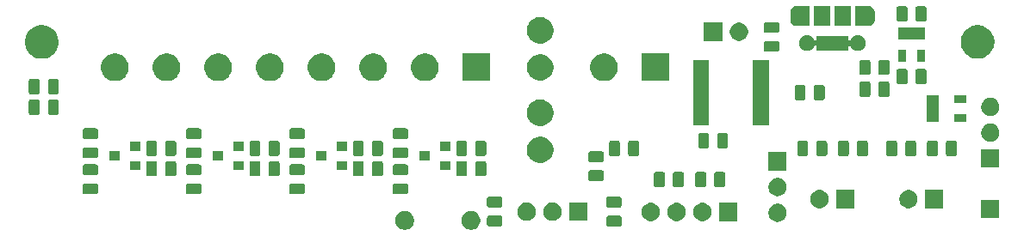
<source format=gbr>
G04 #@! TF.GenerationSoftware,KiCad,Pcbnew,(5.1.5)-3*
G04 #@! TF.CreationDate,2020-05-23T13:52:20-04:00*
G04 #@! TF.ProjectId,STM32_Klipper_Expander,53544d33-325f-44b6-9c69-707065725f45,B*
G04 #@! TF.SameCoordinates,Original*
G04 #@! TF.FileFunction,Soldermask,Top*
G04 #@! TF.FilePolarity,Negative*
%FSLAX46Y46*%
G04 Gerber Fmt 4.6, Leading zero omitted, Abs format (unit mm)*
G04 Created by KiCad (PCBNEW (5.1.5)-3) date 2020-05-23 13:52:20*
%MOMM*%
%LPD*%
G04 APERTURE LIST*
%ADD10C,0.100000*%
G04 APERTURE END LIST*
D10*
G36*
X146460104Y-96722585D02*
G01*
X146628626Y-96792389D01*
X146780291Y-96893728D01*
X146909272Y-97022709D01*
X147010611Y-97174374D01*
X147080415Y-97342896D01*
X147116000Y-97521797D01*
X147116000Y-97704203D01*
X147080415Y-97883104D01*
X147010611Y-98051626D01*
X146909272Y-98203291D01*
X146780291Y-98332272D01*
X146628626Y-98433611D01*
X146460104Y-98503415D01*
X146281203Y-98539000D01*
X146098797Y-98539000D01*
X145919896Y-98503415D01*
X145751374Y-98433611D01*
X145599709Y-98332272D01*
X145470728Y-98203291D01*
X145369389Y-98051626D01*
X145299585Y-97883104D01*
X145264000Y-97704203D01*
X145264000Y-97521797D01*
X145299585Y-97342896D01*
X145369389Y-97174374D01*
X145470728Y-97022709D01*
X145599709Y-96893728D01*
X145751374Y-96792389D01*
X145919896Y-96722585D01*
X146098797Y-96687000D01*
X146281203Y-96687000D01*
X146460104Y-96722585D01*
G37*
G36*
X139960104Y-96722585D02*
G01*
X140128626Y-96792389D01*
X140280291Y-96893728D01*
X140409272Y-97022709D01*
X140510611Y-97174374D01*
X140580415Y-97342896D01*
X140616000Y-97521797D01*
X140616000Y-97704203D01*
X140580415Y-97883104D01*
X140510611Y-98051626D01*
X140409272Y-98203291D01*
X140280291Y-98332272D01*
X140128626Y-98433611D01*
X139960104Y-98503415D01*
X139781203Y-98539000D01*
X139598797Y-98539000D01*
X139419896Y-98503415D01*
X139251374Y-98433611D01*
X139099709Y-98332272D01*
X138970728Y-98203291D01*
X138869389Y-98051626D01*
X138799585Y-97883104D01*
X138764000Y-97704203D01*
X138764000Y-97521797D01*
X138799585Y-97342896D01*
X138869389Y-97174374D01*
X138970728Y-97022709D01*
X139099709Y-96893728D01*
X139251374Y-96792389D01*
X139419896Y-96722585D01*
X139598797Y-96687000D01*
X139781203Y-96687000D01*
X139960104Y-96722585D01*
G37*
G36*
X160834468Y-97153565D02*
G01*
X160873138Y-97165296D01*
X160908777Y-97184346D01*
X160940017Y-97209983D01*
X160965654Y-97241223D01*
X160984704Y-97276862D01*
X160996435Y-97315532D01*
X161001000Y-97361888D01*
X161001000Y-98013112D01*
X160996435Y-98059468D01*
X160984704Y-98098138D01*
X160965654Y-98133777D01*
X160940017Y-98165017D01*
X160908777Y-98190654D01*
X160873138Y-98209704D01*
X160834468Y-98221435D01*
X160788112Y-98226000D01*
X159711888Y-98226000D01*
X159665532Y-98221435D01*
X159626862Y-98209704D01*
X159591223Y-98190654D01*
X159559983Y-98165017D01*
X159534346Y-98133777D01*
X159515296Y-98098138D01*
X159503565Y-98059468D01*
X159499000Y-98013112D01*
X159499000Y-97361888D01*
X159503565Y-97315532D01*
X159515296Y-97276862D01*
X159534346Y-97241223D01*
X159559983Y-97209983D01*
X159591223Y-97184346D01*
X159626862Y-97165296D01*
X159665532Y-97153565D01*
X159711888Y-97149000D01*
X160788112Y-97149000D01*
X160834468Y-97153565D01*
G37*
G36*
X149112468Y-97127565D02*
G01*
X149151138Y-97139296D01*
X149186777Y-97158346D01*
X149218017Y-97183983D01*
X149243654Y-97215223D01*
X149262704Y-97250862D01*
X149274435Y-97289532D01*
X149279000Y-97335888D01*
X149279000Y-97987112D01*
X149274435Y-98033468D01*
X149262704Y-98072138D01*
X149243654Y-98107777D01*
X149218017Y-98139017D01*
X149186777Y-98164654D01*
X149151138Y-98183704D01*
X149112468Y-98195435D01*
X149066112Y-98200000D01*
X147989888Y-98200000D01*
X147943532Y-98195435D01*
X147904862Y-98183704D01*
X147869223Y-98164654D01*
X147837983Y-98139017D01*
X147812346Y-98107777D01*
X147793296Y-98072138D01*
X147781565Y-98033468D01*
X147777000Y-97987112D01*
X147777000Y-97335888D01*
X147781565Y-97289532D01*
X147793296Y-97250862D01*
X147812346Y-97215223D01*
X147837983Y-97183983D01*
X147869223Y-97158346D01*
X147904862Y-97139296D01*
X147943532Y-97127565D01*
X147989888Y-97123000D01*
X149066112Y-97123000D01*
X149112468Y-97127565D01*
G37*
G36*
X176454512Y-95954927D02*
G01*
X176603812Y-95984624D01*
X176767784Y-96052544D01*
X176915354Y-96151147D01*
X177040853Y-96276646D01*
X177139456Y-96424216D01*
X177207376Y-96588188D01*
X177242000Y-96762259D01*
X177242000Y-96939741D01*
X177207376Y-97113812D01*
X177139456Y-97277784D01*
X177040853Y-97425354D01*
X176915354Y-97550853D01*
X176767784Y-97649456D01*
X176603812Y-97717376D01*
X176454512Y-97747073D01*
X176429742Y-97752000D01*
X176252258Y-97752000D01*
X176227488Y-97747073D01*
X176078188Y-97717376D01*
X175914216Y-97649456D01*
X175766646Y-97550853D01*
X175641147Y-97425354D01*
X175542544Y-97277784D01*
X175474624Y-97113812D01*
X175440000Y-96939741D01*
X175440000Y-96762259D01*
X175474624Y-96588188D01*
X175542544Y-96424216D01*
X175641147Y-96276646D01*
X175766646Y-96151147D01*
X175914216Y-96052544D01*
X176078188Y-95984624D01*
X176227488Y-95954927D01*
X176252258Y-95950000D01*
X176429742Y-95950000D01*
X176454512Y-95954927D01*
G37*
G36*
X166527512Y-95881927D02*
G01*
X166676812Y-95911624D01*
X166840784Y-95979544D01*
X166988354Y-96078147D01*
X167113853Y-96203646D01*
X167212456Y-96351216D01*
X167280376Y-96515188D01*
X167315000Y-96689259D01*
X167315000Y-96866741D01*
X167280376Y-97040812D01*
X167212456Y-97204784D01*
X167113853Y-97352354D01*
X166988354Y-97477853D01*
X166840784Y-97576456D01*
X166676812Y-97644376D01*
X166527512Y-97674073D01*
X166502742Y-97679000D01*
X166325258Y-97679000D01*
X166300488Y-97674073D01*
X166151188Y-97644376D01*
X165987216Y-97576456D01*
X165839646Y-97477853D01*
X165714147Y-97352354D01*
X165615544Y-97204784D01*
X165547624Y-97040812D01*
X165513000Y-96866741D01*
X165513000Y-96689259D01*
X165547624Y-96515188D01*
X165615544Y-96351216D01*
X165714147Y-96203646D01*
X165839646Y-96078147D01*
X165987216Y-95979544D01*
X166151188Y-95911624D01*
X166300488Y-95881927D01*
X166325258Y-95877000D01*
X166502742Y-95877000D01*
X166527512Y-95881927D01*
G37*
G36*
X163987512Y-95881927D02*
G01*
X164136812Y-95911624D01*
X164300784Y-95979544D01*
X164448354Y-96078147D01*
X164573853Y-96203646D01*
X164672456Y-96351216D01*
X164740376Y-96515188D01*
X164775000Y-96689259D01*
X164775000Y-96866741D01*
X164740376Y-97040812D01*
X164672456Y-97204784D01*
X164573853Y-97352354D01*
X164448354Y-97477853D01*
X164300784Y-97576456D01*
X164136812Y-97644376D01*
X163987512Y-97674073D01*
X163962742Y-97679000D01*
X163785258Y-97679000D01*
X163760488Y-97674073D01*
X163611188Y-97644376D01*
X163447216Y-97576456D01*
X163299646Y-97477853D01*
X163174147Y-97352354D01*
X163075544Y-97204784D01*
X163007624Y-97040812D01*
X162973000Y-96866741D01*
X162973000Y-96689259D01*
X163007624Y-96515188D01*
X163075544Y-96351216D01*
X163174147Y-96203646D01*
X163299646Y-96078147D01*
X163447216Y-95979544D01*
X163611188Y-95911624D01*
X163760488Y-95881927D01*
X163785258Y-95877000D01*
X163962742Y-95877000D01*
X163987512Y-95881927D01*
G37*
G36*
X169067512Y-95881927D02*
G01*
X169216812Y-95911624D01*
X169380784Y-95979544D01*
X169528354Y-96078147D01*
X169653853Y-96203646D01*
X169752456Y-96351216D01*
X169820376Y-96515188D01*
X169855000Y-96689259D01*
X169855000Y-96866741D01*
X169820376Y-97040812D01*
X169752456Y-97204784D01*
X169653853Y-97352354D01*
X169528354Y-97477853D01*
X169380784Y-97576456D01*
X169216812Y-97644376D01*
X169067512Y-97674073D01*
X169042742Y-97679000D01*
X168865258Y-97679000D01*
X168840488Y-97674073D01*
X168691188Y-97644376D01*
X168527216Y-97576456D01*
X168379646Y-97477853D01*
X168254147Y-97352354D01*
X168155544Y-97204784D01*
X168087624Y-97040812D01*
X168053000Y-96866741D01*
X168053000Y-96689259D01*
X168087624Y-96515188D01*
X168155544Y-96351216D01*
X168254147Y-96203646D01*
X168379646Y-96078147D01*
X168527216Y-95979544D01*
X168691188Y-95911624D01*
X168840488Y-95881927D01*
X168865258Y-95877000D01*
X169042742Y-95877000D01*
X169067512Y-95881927D01*
G37*
G36*
X172395000Y-97679000D02*
G01*
X170593000Y-97679000D01*
X170593000Y-95877000D01*
X172395000Y-95877000D01*
X172395000Y-97679000D01*
G37*
G36*
X157651000Y-97651000D02*
G01*
X155849000Y-97651000D01*
X155849000Y-95849000D01*
X157651000Y-95849000D01*
X157651000Y-97651000D01*
G37*
G36*
X154323512Y-95853927D02*
G01*
X154472812Y-95883624D01*
X154636784Y-95951544D01*
X154784354Y-96050147D01*
X154909853Y-96175646D01*
X155008456Y-96323216D01*
X155076376Y-96487188D01*
X155111000Y-96661259D01*
X155111000Y-96838741D01*
X155076376Y-97012812D01*
X155008456Y-97176784D01*
X154909853Y-97324354D01*
X154784354Y-97449853D01*
X154636784Y-97548456D01*
X154472812Y-97616376D01*
X154332048Y-97644375D01*
X154298742Y-97651000D01*
X154121258Y-97651000D01*
X154087952Y-97644375D01*
X153947188Y-97616376D01*
X153783216Y-97548456D01*
X153635646Y-97449853D01*
X153510147Y-97324354D01*
X153411544Y-97176784D01*
X153343624Y-97012812D01*
X153309000Y-96838741D01*
X153309000Y-96661259D01*
X153343624Y-96487188D01*
X153411544Y-96323216D01*
X153510147Y-96175646D01*
X153635646Y-96050147D01*
X153783216Y-95951544D01*
X153947188Y-95883624D01*
X154096488Y-95853927D01*
X154121258Y-95849000D01*
X154298742Y-95849000D01*
X154323512Y-95853927D01*
G37*
G36*
X151783512Y-95853927D02*
G01*
X151932812Y-95883624D01*
X152096784Y-95951544D01*
X152244354Y-96050147D01*
X152369853Y-96175646D01*
X152468456Y-96323216D01*
X152536376Y-96487188D01*
X152571000Y-96661259D01*
X152571000Y-96838741D01*
X152536376Y-97012812D01*
X152468456Y-97176784D01*
X152369853Y-97324354D01*
X152244354Y-97449853D01*
X152096784Y-97548456D01*
X151932812Y-97616376D01*
X151792048Y-97644375D01*
X151758742Y-97651000D01*
X151581258Y-97651000D01*
X151547952Y-97644375D01*
X151407188Y-97616376D01*
X151243216Y-97548456D01*
X151095646Y-97449853D01*
X150970147Y-97324354D01*
X150871544Y-97176784D01*
X150803624Y-97012812D01*
X150769000Y-96838741D01*
X150769000Y-96661259D01*
X150803624Y-96487188D01*
X150871544Y-96323216D01*
X150970147Y-96175646D01*
X151095646Y-96050147D01*
X151243216Y-95951544D01*
X151407188Y-95883624D01*
X151556488Y-95853927D01*
X151581258Y-95849000D01*
X151758742Y-95849000D01*
X151783512Y-95853927D01*
G37*
G36*
X198151000Y-97401000D02*
G01*
X196349000Y-97401000D01*
X196349000Y-95599000D01*
X198151000Y-95599000D01*
X198151000Y-97401000D01*
G37*
G36*
X189323512Y-94603927D02*
G01*
X189472812Y-94633624D01*
X189636784Y-94701544D01*
X189784354Y-94800147D01*
X189909853Y-94925646D01*
X190008456Y-95073216D01*
X190076376Y-95237188D01*
X190095828Y-95334983D01*
X190111000Y-95411258D01*
X190111000Y-95588742D01*
X190106073Y-95613512D01*
X190076376Y-95762812D01*
X190008456Y-95926784D01*
X189909853Y-96074354D01*
X189784354Y-96199853D01*
X189636784Y-96298456D01*
X189472812Y-96366376D01*
X189323512Y-96396073D01*
X189298742Y-96401000D01*
X189121258Y-96401000D01*
X189096488Y-96396073D01*
X188947188Y-96366376D01*
X188783216Y-96298456D01*
X188635646Y-96199853D01*
X188510147Y-96074354D01*
X188411544Y-95926784D01*
X188343624Y-95762812D01*
X188313927Y-95613512D01*
X188309000Y-95588742D01*
X188309000Y-95411258D01*
X188324172Y-95334983D01*
X188343624Y-95237188D01*
X188411544Y-95073216D01*
X188510147Y-94925646D01*
X188635646Y-94800147D01*
X188783216Y-94701544D01*
X188947188Y-94633624D01*
X189096488Y-94603927D01*
X189121258Y-94599000D01*
X189298742Y-94599000D01*
X189323512Y-94603927D01*
G37*
G36*
X183901000Y-96401000D02*
G01*
X182099000Y-96401000D01*
X182099000Y-94599000D01*
X183901000Y-94599000D01*
X183901000Y-96401000D01*
G37*
G36*
X180573512Y-94603927D02*
G01*
X180722812Y-94633624D01*
X180886784Y-94701544D01*
X181034354Y-94800147D01*
X181159853Y-94925646D01*
X181258456Y-95073216D01*
X181326376Y-95237188D01*
X181345828Y-95334983D01*
X181361000Y-95411258D01*
X181361000Y-95588742D01*
X181356073Y-95613512D01*
X181326376Y-95762812D01*
X181258456Y-95926784D01*
X181159853Y-96074354D01*
X181034354Y-96199853D01*
X180886784Y-96298456D01*
X180722812Y-96366376D01*
X180573512Y-96396073D01*
X180548742Y-96401000D01*
X180371258Y-96401000D01*
X180346488Y-96396073D01*
X180197188Y-96366376D01*
X180033216Y-96298456D01*
X179885646Y-96199853D01*
X179760147Y-96074354D01*
X179661544Y-95926784D01*
X179593624Y-95762812D01*
X179563927Y-95613512D01*
X179559000Y-95588742D01*
X179559000Y-95411258D01*
X179574172Y-95334983D01*
X179593624Y-95237188D01*
X179661544Y-95073216D01*
X179760147Y-94925646D01*
X179885646Y-94800147D01*
X180033216Y-94701544D01*
X180197188Y-94633624D01*
X180346488Y-94603927D01*
X180371258Y-94599000D01*
X180548742Y-94599000D01*
X180573512Y-94603927D01*
G37*
G36*
X192651000Y-96401000D02*
G01*
X190849000Y-96401000D01*
X190849000Y-94599000D01*
X192651000Y-94599000D01*
X192651000Y-96401000D01*
G37*
G36*
X160834468Y-95278565D02*
G01*
X160873138Y-95290296D01*
X160908777Y-95309346D01*
X160940017Y-95334983D01*
X160965654Y-95366223D01*
X160984704Y-95401862D01*
X160996435Y-95440532D01*
X161001000Y-95486888D01*
X161001000Y-96138112D01*
X160996435Y-96184468D01*
X160984704Y-96223138D01*
X160965654Y-96258777D01*
X160940017Y-96290017D01*
X160908777Y-96315654D01*
X160873138Y-96334704D01*
X160834468Y-96346435D01*
X160788112Y-96351000D01*
X159711888Y-96351000D01*
X159665532Y-96346435D01*
X159626862Y-96334704D01*
X159591223Y-96315654D01*
X159559983Y-96290017D01*
X159534346Y-96258777D01*
X159515296Y-96223138D01*
X159503565Y-96184468D01*
X159499000Y-96138112D01*
X159499000Y-95486888D01*
X159503565Y-95440532D01*
X159515296Y-95401862D01*
X159534346Y-95366223D01*
X159559983Y-95334983D01*
X159591223Y-95309346D01*
X159626862Y-95290296D01*
X159665532Y-95278565D01*
X159711888Y-95274000D01*
X160788112Y-95274000D01*
X160834468Y-95278565D01*
G37*
G36*
X149112468Y-95252565D02*
G01*
X149151138Y-95264296D01*
X149186777Y-95283346D01*
X149218017Y-95308983D01*
X149243654Y-95340223D01*
X149262704Y-95375862D01*
X149274435Y-95414532D01*
X149279000Y-95460888D01*
X149279000Y-96112112D01*
X149274435Y-96158468D01*
X149262704Y-96197138D01*
X149243654Y-96232777D01*
X149218017Y-96264017D01*
X149186777Y-96289654D01*
X149151138Y-96308704D01*
X149112468Y-96320435D01*
X149066112Y-96325000D01*
X147989888Y-96325000D01*
X147943532Y-96320435D01*
X147904862Y-96308704D01*
X147869223Y-96289654D01*
X147837983Y-96264017D01*
X147812346Y-96232777D01*
X147793296Y-96197138D01*
X147781565Y-96158468D01*
X147777000Y-96112112D01*
X147777000Y-95460888D01*
X147781565Y-95414532D01*
X147793296Y-95375862D01*
X147812346Y-95340223D01*
X147837983Y-95308983D01*
X147869223Y-95283346D01*
X147904862Y-95264296D01*
X147943532Y-95252565D01*
X147989888Y-95248000D01*
X149066112Y-95248000D01*
X149112468Y-95252565D01*
G37*
G36*
X176454512Y-93414927D02*
G01*
X176603812Y-93444624D01*
X176767784Y-93512544D01*
X176915354Y-93611147D01*
X177040853Y-93736646D01*
X177139456Y-93884216D01*
X177207376Y-94048188D01*
X177242000Y-94222259D01*
X177242000Y-94399741D01*
X177207376Y-94573812D01*
X177139456Y-94737784D01*
X177040853Y-94885354D01*
X176915354Y-95010853D01*
X176767784Y-95109456D01*
X176603812Y-95177376D01*
X176454512Y-95207073D01*
X176429742Y-95212000D01*
X176252258Y-95212000D01*
X176227488Y-95207073D01*
X176078188Y-95177376D01*
X175914216Y-95109456D01*
X175766646Y-95010853D01*
X175641147Y-94885354D01*
X175542544Y-94737784D01*
X175474624Y-94573812D01*
X175440000Y-94399741D01*
X175440000Y-94222259D01*
X175474624Y-94048188D01*
X175542544Y-93884216D01*
X175641147Y-93736646D01*
X175766646Y-93611147D01*
X175914216Y-93512544D01*
X176078188Y-93444624D01*
X176227488Y-93414927D01*
X176252258Y-93410000D01*
X176429742Y-93410000D01*
X176454512Y-93414927D01*
G37*
G36*
X139841468Y-93952565D02*
G01*
X139880138Y-93964296D01*
X139915777Y-93983346D01*
X139947017Y-94008983D01*
X139972654Y-94040223D01*
X139991704Y-94075862D01*
X140003435Y-94114532D01*
X140008000Y-94160888D01*
X140008000Y-94812112D01*
X140003435Y-94858468D01*
X139991704Y-94897138D01*
X139972654Y-94932777D01*
X139947017Y-94964017D01*
X139915777Y-94989654D01*
X139880138Y-95008704D01*
X139841468Y-95020435D01*
X139795112Y-95025000D01*
X138718888Y-95025000D01*
X138672532Y-95020435D01*
X138633862Y-95008704D01*
X138598223Y-94989654D01*
X138566983Y-94964017D01*
X138541346Y-94932777D01*
X138522296Y-94897138D01*
X138510565Y-94858468D01*
X138506000Y-94812112D01*
X138506000Y-94160888D01*
X138510565Y-94114532D01*
X138522296Y-94075862D01*
X138541346Y-94040223D01*
X138566983Y-94008983D01*
X138598223Y-93983346D01*
X138633862Y-93964296D01*
X138672532Y-93952565D01*
X138718888Y-93948000D01*
X139795112Y-93948000D01*
X139841468Y-93952565D01*
G37*
G36*
X109361468Y-93952565D02*
G01*
X109400138Y-93964296D01*
X109435777Y-93983346D01*
X109467017Y-94008983D01*
X109492654Y-94040223D01*
X109511704Y-94075862D01*
X109523435Y-94114532D01*
X109528000Y-94160888D01*
X109528000Y-94812112D01*
X109523435Y-94858468D01*
X109511704Y-94897138D01*
X109492654Y-94932777D01*
X109467017Y-94964017D01*
X109435777Y-94989654D01*
X109400138Y-95008704D01*
X109361468Y-95020435D01*
X109315112Y-95025000D01*
X108238888Y-95025000D01*
X108192532Y-95020435D01*
X108153862Y-95008704D01*
X108118223Y-94989654D01*
X108086983Y-94964017D01*
X108061346Y-94932777D01*
X108042296Y-94897138D01*
X108030565Y-94858468D01*
X108026000Y-94812112D01*
X108026000Y-94160888D01*
X108030565Y-94114532D01*
X108042296Y-94075862D01*
X108061346Y-94040223D01*
X108086983Y-94008983D01*
X108118223Y-93983346D01*
X108153862Y-93964296D01*
X108192532Y-93952565D01*
X108238888Y-93948000D01*
X109315112Y-93948000D01*
X109361468Y-93952565D01*
G37*
G36*
X119521468Y-93952565D02*
G01*
X119560138Y-93964296D01*
X119595777Y-93983346D01*
X119627017Y-94008983D01*
X119652654Y-94040223D01*
X119671704Y-94075862D01*
X119683435Y-94114532D01*
X119688000Y-94160888D01*
X119688000Y-94812112D01*
X119683435Y-94858468D01*
X119671704Y-94897138D01*
X119652654Y-94932777D01*
X119627017Y-94964017D01*
X119595777Y-94989654D01*
X119560138Y-95008704D01*
X119521468Y-95020435D01*
X119475112Y-95025000D01*
X118398888Y-95025000D01*
X118352532Y-95020435D01*
X118313862Y-95008704D01*
X118278223Y-94989654D01*
X118246983Y-94964017D01*
X118221346Y-94932777D01*
X118202296Y-94897138D01*
X118190565Y-94858468D01*
X118186000Y-94812112D01*
X118186000Y-94160888D01*
X118190565Y-94114532D01*
X118202296Y-94075862D01*
X118221346Y-94040223D01*
X118246983Y-94008983D01*
X118278223Y-93983346D01*
X118313862Y-93964296D01*
X118352532Y-93952565D01*
X118398888Y-93948000D01*
X119475112Y-93948000D01*
X119521468Y-93952565D01*
G37*
G36*
X129681468Y-93952565D02*
G01*
X129720138Y-93964296D01*
X129755777Y-93983346D01*
X129787017Y-94008983D01*
X129812654Y-94040223D01*
X129831704Y-94075862D01*
X129843435Y-94114532D01*
X129848000Y-94160888D01*
X129848000Y-94812112D01*
X129843435Y-94858468D01*
X129831704Y-94897138D01*
X129812654Y-94932777D01*
X129787017Y-94964017D01*
X129755777Y-94989654D01*
X129720138Y-95008704D01*
X129681468Y-95020435D01*
X129635112Y-95025000D01*
X128558888Y-95025000D01*
X128512532Y-95020435D01*
X128473862Y-95008704D01*
X128438223Y-94989654D01*
X128406983Y-94964017D01*
X128381346Y-94932777D01*
X128362296Y-94897138D01*
X128350565Y-94858468D01*
X128346000Y-94812112D01*
X128346000Y-94160888D01*
X128350565Y-94114532D01*
X128362296Y-94075862D01*
X128381346Y-94040223D01*
X128406983Y-94008983D01*
X128438223Y-93983346D01*
X128473862Y-93964296D01*
X128512532Y-93952565D01*
X128558888Y-93948000D01*
X129635112Y-93948000D01*
X129681468Y-93952565D01*
G37*
G36*
X171033468Y-92829565D02*
G01*
X171072138Y-92841296D01*
X171107777Y-92860346D01*
X171139017Y-92885983D01*
X171164654Y-92917223D01*
X171183704Y-92952862D01*
X171195435Y-92991532D01*
X171200000Y-93037888D01*
X171200000Y-94114112D01*
X171195435Y-94160468D01*
X171183704Y-94199138D01*
X171164654Y-94234777D01*
X171139017Y-94266017D01*
X171107777Y-94291654D01*
X171072138Y-94310704D01*
X171033468Y-94322435D01*
X170987112Y-94327000D01*
X170335888Y-94327000D01*
X170289532Y-94322435D01*
X170250862Y-94310704D01*
X170215223Y-94291654D01*
X170183983Y-94266017D01*
X170158346Y-94234777D01*
X170139296Y-94199138D01*
X170127565Y-94160468D01*
X170123000Y-94114112D01*
X170123000Y-93037888D01*
X170127565Y-92991532D01*
X170139296Y-92952862D01*
X170158346Y-92917223D01*
X170183983Y-92885983D01*
X170215223Y-92860346D01*
X170250862Y-92841296D01*
X170289532Y-92829565D01*
X170335888Y-92825000D01*
X170987112Y-92825000D01*
X171033468Y-92829565D01*
G37*
G36*
X169158468Y-92829565D02*
G01*
X169197138Y-92841296D01*
X169232777Y-92860346D01*
X169264017Y-92885983D01*
X169289654Y-92917223D01*
X169308704Y-92952862D01*
X169320435Y-92991532D01*
X169325000Y-93037888D01*
X169325000Y-94114112D01*
X169320435Y-94160468D01*
X169308704Y-94199138D01*
X169289654Y-94234777D01*
X169264017Y-94266017D01*
X169232777Y-94291654D01*
X169197138Y-94310704D01*
X169158468Y-94322435D01*
X169112112Y-94327000D01*
X168460888Y-94327000D01*
X168414532Y-94322435D01*
X168375862Y-94310704D01*
X168340223Y-94291654D01*
X168308983Y-94266017D01*
X168283346Y-94234777D01*
X168264296Y-94199138D01*
X168252565Y-94160468D01*
X168248000Y-94114112D01*
X168248000Y-93037888D01*
X168252565Y-92991532D01*
X168264296Y-92952862D01*
X168283346Y-92917223D01*
X168308983Y-92885983D01*
X168340223Y-92860346D01*
X168375862Y-92841296D01*
X168414532Y-92829565D01*
X168460888Y-92825000D01*
X169112112Y-92825000D01*
X169158468Y-92829565D01*
G37*
G36*
X166969468Y-92829565D02*
G01*
X167008138Y-92841296D01*
X167043777Y-92860346D01*
X167075017Y-92885983D01*
X167100654Y-92917223D01*
X167119704Y-92952862D01*
X167131435Y-92991532D01*
X167136000Y-93037888D01*
X167136000Y-94114112D01*
X167131435Y-94160468D01*
X167119704Y-94199138D01*
X167100654Y-94234777D01*
X167075017Y-94266017D01*
X167043777Y-94291654D01*
X167008138Y-94310704D01*
X166969468Y-94322435D01*
X166923112Y-94327000D01*
X166271888Y-94327000D01*
X166225532Y-94322435D01*
X166186862Y-94310704D01*
X166151223Y-94291654D01*
X166119983Y-94266017D01*
X166094346Y-94234777D01*
X166075296Y-94199138D01*
X166063565Y-94160468D01*
X166059000Y-94114112D01*
X166059000Y-93037888D01*
X166063565Y-92991532D01*
X166075296Y-92952862D01*
X166094346Y-92917223D01*
X166119983Y-92885983D01*
X166151223Y-92860346D01*
X166186862Y-92841296D01*
X166225532Y-92829565D01*
X166271888Y-92825000D01*
X166923112Y-92825000D01*
X166969468Y-92829565D01*
G37*
G36*
X165094468Y-92829565D02*
G01*
X165133138Y-92841296D01*
X165168777Y-92860346D01*
X165200017Y-92885983D01*
X165225654Y-92917223D01*
X165244704Y-92952862D01*
X165256435Y-92991532D01*
X165261000Y-93037888D01*
X165261000Y-94114112D01*
X165256435Y-94160468D01*
X165244704Y-94199138D01*
X165225654Y-94234777D01*
X165200017Y-94266017D01*
X165168777Y-94291654D01*
X165133138Y-94310704D01*
X165094468Y-94322435D01*
X165048112Y-94327000D01*
X164396888Y-94327000D01*
X164350532Y-94322435D01*
X164311862Y-94310704D01*
X164276223Y-94291654D01*
X164244983Y-94266017D01*
X164219346Y-94234777D01*
X164200296Y-94199138D01*
X164188565Y-94160468D01*
X164184000Y-94114112D01*
X164184000Y-93037888D01*
X164188565Y-92991532D01*
X164200296Y-92952862D01*
X164219346Y-92917223D01*
X164244983Y-92885983D01*
X164276223Y-92860346D01*
X164311862Y-92841296D01*
X164350532Y-92829565D01*
X164396888Y-92825000D01*
X165048112Y-92825000D01*
X165094468Y-92829565D01*
G37*
G36*
X159084468Y-92653565D02*
G01*
X159123138Y-92665296D01*
X159158777Y-92684346D01*
X159190017Y-92709983D01*
X159215654Y-92741223D01*
X159234704Y-92776862D01*
X159246435Y-92815532D01*
X159251000Y-92861888D01*
X159251000Y-93513112D01*
X159246435Y-93559468D01*
X159234704Y-93598138D01*
X159215654Y-93633777D01*
X159190017Y-93665017D01*
X159158777Y-93690654D01*
X159123138Y-93709704D01*
X159084468Y-93721435D01*
X159038112Y-93726000D01*
X157961888Y-93726000D01*
X157915532Y-93721435D01*
X157876862Y-93709704D01*
X157841223Y-93690654D01*
X157809983Y-93665017D01*
X157784346Y-93633777D01*
X157765296Y-93598138D01*
X157753565Y-93559468D01*
X157749000Y-93513112D01*
X157749000Y-92861888D01*
X157753565Y-92815532D01*
X157765296Y-92776862D01*
X157784346Y-92741223D01*
X157809983Y-92709983D01*
X157841223Y-92684346D01*
X157876862Y-92665296D01*
X157915532Y-92653565D01*
X157961888Y-92649000D01*
X159038112Y-92649000D01*
X159084468Y-92653565D01*
G37*
G36*
X125340468Y-91753565D02*
G01*
X125379138Y-91765296D01*
X125414777Y-91784346D01*
X125446017Y-91809983D01*
X125471654Y-91841223D01*
X125490704Y-91876862D01*
X125502435Y-91915532D01*
X125507000Y-91961888D01*
X125507000Y-93038112D01*
X125502435Y-93084468D01*
X125490704Y-93123138D01*
X125471654Y-93158777D01*
X125446017Y-93190017D01*
X125414777Y-93215654D01*
X125379138Y-93234704D01*
X125340468Y-93246435D01*
X125294112Y-93251000D01*
X124642888Y-93251000D01*
X124596532Y-93246435D01*
X124557862Y-93234704D01*
X124522223Y-93215654D01*
X124490983Y-93190017D01*
X124465346Y-93158777D01*
X124446296Y-93123138D01*
X124434565Y-93084468D01*
X124430000Y-93038112D01*
X124430000Y-91961888D01*
X124434565Y-91915532D01*
X124446296Y-91876862D01*
X124465346Y-91841223D01*
X124490983Y-91809983D01*
X124522223Y-91784346D01*
X124557862Y-91765296D01*
X124596532Y-91753565D01*
X124642888Y-91749000D01*
X125294112Y-91749000D01*
X125340468Y-91753565D01*
G37*
G36*
X117055468Y-91753565D02*
G01*
X117094138Y-91765296D01*
X117129777Y-91784346D01*
X117161017Y-91809983D01*
X117186654Y-91841223D01*
X117205704Y-91876862D01*
X117217435Y-91915532D01*
X117222000Y-91961888D01*
X117222000Y-93038112D01*
X117217435Y-93084468D01*
X117205704Y-93123138D01*
X117186654Y-93158777D01*
X117161017Y-93190017D01*
X117129777Y-93215654D01*
X117094138Y-93234704D01*
X117055468Y-93246435D01*
X117009112Y-93251000D01*
X116357888Y-93251000D01*
X116311532Y-93246435D01*
X116272862Y-93234704D01*
X116237223Y-93215654D01*
X116205983Y-93190017D01*
X116180346Y-93158777D01*
X116161296Y-93123138D01*
X116149565Y-93084468D01*
X116145000Y-93038112D01*
X116145000Y-91961888D01*
X116149565Y-91915532D01*
X116161296Y-91876862D01*
X116180346Y-91841223D01*
X116205983Y-91809983D01*
X116237223Y-91784346D01*
X116272862Y-91765296D01*
X116311532Y-91753565D01*
X116357888Y-91749000D01*
X117009112Y-91749000D01*
X117055468Y-91753565D01*
G37*
G36*
X115180468Y-91753565D02*
G01*
X115219138Y-91765296D01*
X115254777Y-91784346D01*
X115286017Y-91809983D01*
X115311654Y-91841223D01*
X115330704Y-91876862D01*
X115342435Y-91915532D01*
X115347000Y-91961888D01*
X115347000Y-93038112D01*
X115342435Y-93084468D01*
X115330704Y-93123138D01*
X115311654Y-93158777D01*
X115286017Y-93190017D01*
X115254777Y-93215654D01*
X115219138Y-93234704D01*
X115180468Y-93246435D01*
X115134112Y-93251000D01*
X114482888Y-93251000D01*
X114436532Y-93246435D01*
X114397862Y-93234704D01*
X114362223Y-93215654D01*
X114330983Y-93190017D01*
X114305346Y-93158777D01*
X114286296Y-93123138D01*
X114274565Y-93084468D01*
X114270000Y-93038112D01*
X114270000Y-91961888D01*
X114274565Y-91915532D01*
X114286296Y-91876862D01*
X114305346Y-91841223D01*
X114330983Y-91809983D01*
X114362223Y-91784346D01*
X114397862Y-91765296D01*
X114436532Y-91753565D01*
X114482888Y-91749000D01*
X115134112Y-91749000D01*
X115180468Y-91753565D01*
G37*
G36*
X127215468Y-91753565D02*
G01*
X127254138Y-91765296D01*
X127289777Y-91784346D01*
X127321017Y-91809983D01*
X127346654Y-91841223D01*
X127365704Y-91876862D01*
X127377435Y-91915532D01*
X127382000Y-91961888D01*
X127382000Y-93038112D01*
X127377435Y-93084468D01*
X127365704Y-93123138D01*
X127346654Y-93158777D01*
X127321017Y-93190017D01*
X127289777Y-93215654D01*
X127254138Y-93234704D01*
X127215468Y-93246435D01*
X127169112Y-93251000D01*
X126517888Y-93251000D01*
X126471532Y-93246435D01*
X126432862Y-93234704D01*
X126397223Y-93215654D01*
X126365983Y-93190017D01*
X126340346Y-93158777D01*
X126321296Y-93123138D01*
X126309565Y-93084468D01*
X126305000Y-93038112D01*
X126305000Y-91961888D01*
X126309565Y-91915532D01*
X126321296Y-91876862D01*
X126340346Y-91841223D01*
X126365983Y-91809983D01*
X126397223Y-91784346D01*
X126432862Y-91765296D01*
X126471532Y-91753565D01*
X126517888Y-91749000D01*
X127169112Y-91749000D01*
X127215468Y-91753565D01*
G37*
G36*
X135500468Y-91753565D02*
G01*
X135539138Y-91765296D01*
X135574777Y-91784346D01*
X135606017Y-91809983D01*
X135631654Y-91841223D01*
X135650704Y-91876862D01*
X135662435Y-91915532D01*
X135667000Y-91961888D01*
X135667000Y-93038112D01*
X135662435Y-93084468D01*
X135650704Y-93123138D01*
X135631654Y-93158777D01*
X135606017Y-93190017D01*
X135574777Y-93215654D01*
X135539138Y-93234704D01*
X135500468Y-93246435D01*
X135454112Y-93251000D01*
X134802888Y-93251000D01*
X134756532Y-93246435D01*
X134717862Y-93234704D01*
X134682223Y-93215654D01*
X134650983Y-93190017D01*
X134625346Y-93158777D01*
X134606296Y-93123138D01*
X134594565Y-93084468D01*
X134590000Y-93038112D01*
X134590000Y-91961888D01*
X134594565Y-91915532D01*
X134606296Y-91876862D01*
X134625346Y-91841223D01*
X134650983Y-91809983D01*
X134682223Y-91784346D01*
X134717862Y-91765296D01*
X134756532Y-91753565D01*
X134802888Y-91749000D01*
X135454112Y-91749000D01*
X135500468Y-91753565D01*
G37*
G36*
X137375468Y-91753565D02*
G01*
X137414138Y-91765296D01*
X137449777Y-91784346D01*
X137481017Y-91809983D01*
X137506654Y-91841223D01*
X137525704Y-91876862D01*
X137537435Y-91915532D01*
X137542000Y-91961888D01*
X137542000Y-93038112D01*
X137537435Y-93084468D01*
X137525704Y-93123138D01*
X137506654Y-93158777D01*
X137481017Y-93190017D01*
X137449777Y-93215654D01*
X137414138Y-93234704D01*
X137375468Y-93246435D01*
X137329112Y-93251000D01*
X136677888Y-93251000D01*
X136631532Y-93246435D01*
X136592862Y-93234704D01*
X136557223Y-93215654D01*
X136525983Y-93190017D01*
X136500346Y-93158777D01*
X136481296Y-93123138D01*
X136469565Y-93084468D01*
X136465000Y-93038112D01*
X136465000Y-91961888D01*
X136469565Y-91915532D01*
X136481296Y-91876862D01*
X136500346Y-91841223D01*
X136525983Y-91809983D01*
X136557223Y-91784346D01*
X136592862Y-91765296D01*
X136631532Y-91753565D01*
X136677888Y-91749000D01*
X137329112Y-91749000D01*
X137375468Y-91753565D01*
G37*
G36*
X145660468Y-91753565D02*
G01*
X145699138Y-91765296D01*
X145734777Y-91784346D01*
X145766017Y-91809983D01*
X145791654Y-91841223D01*
X145810704Y-91876862D01*
X145822435Y-91915532D01*
X145827000Y-91961888D01*
X145827000Y-93038112D01*
X145822435Y-93084468D01*
X145810704Y-93123138D01*
X145791654Y-93158777D01*
X145766017Y-93190017D01*
X145734777Y-93215654D01*
X145699138Y-93234704D01*
X145660468Y-93246435D01*
X145614112Y-93251000D01*
X144962888Y-93251000D01*
X144916532Y-93246435D01*
X144877862Y-93234704D01*
X144842223Y-93215654D01*
X144810983Y-93190017D01*
X144785346Y-93158777D01*
X144766296Y-93123138D01*
X144754565Y-93084468D01*
X144750000Y-93038112D01*
X144750000Y-91961888D01*
X144754565Y-91915532D01*
X144766296Y-91876862D01*
X144785346Y-91841223D01*
X144810983Y-91809983D01*
X144842223Y-91784346D01*
X144877862Y-91765296D01*
X144916532Y-91753565D01*
X144962888Y-91749000D01*
X145614112Y-91749000D01*
X145660468Y-91753565D01*
G37*
G36*
X147535468Y-91753565D02*
G01*
X147574138Y-91765296D01*
X147609777Y-91784346D01*
X147641017Y-91809983D01*
X147666654Y-91841223D01*
X147685704Y-91876862D01*
X147697435Y-91915532D01*
X147702000Y-91961888D01*
X147702000Y-93038112D01*
X147697435Y-93084468D01*
X147685704Y-93123138D01*
X147666654Y-93158777D01*
X147641017Y-93190017D01*
X147609777Y-93215654D01*
X147574138Y-93234704D01*
X147535468Y-93246435D01*
X147489112Y-93251000D01*
X146837888Y-93251000D01*
X146791532Y-93246435D01*
X146752862Y-93234704D01*
X146717223Y-93215654D01*
X146685983Y-93190017D01*
X146660346Y-93158777D01*
X146641296Y-93123138D01*
X146629565Y-93084468D01*
X146625000Y-93038112D01*
X146625000Y-91961888D01*
X146629565Y-91915532D01*
X146641296Y-91876862D01*
X146660346Y-91841223D01*
X146685983Y-91809983D01*
X146717223Y-91784346D01*
X146752862Y-91765296D01*
X146791532Y-91753565D01*
X146837888Y-91749000D01*
X147489112Y-91749000D01*
X147535468Y-91753565D01*
G37*
G36*
X129681468Y-92077565D02*
G01*
X129720138Y-92089296D01*
X129755777Y-92108346D01*
X129787017Y-92133983D01*
X129812654Y-92165223D01*
X129831704Y-92200862D01*
X129843435Y-92239532D01*
X129848000Y-92285888D01*
X129848000Y-92937112D01*
X129843435Y-92983468D01*
X129831704Y-93022138D01*
X129812654Y-93057777D01*
X129787017Y-93089017D01*
X129755777Y-93114654D01*
X129720138Y-93133704D01*
X129681468Y-93145435D01*
X129635112Y-93150000D01*
X128558888Y-93150000D01*
X128512532Y-93145435D01*
X128473862Y-93133704D01*
X128438223Y-93114654D01*
X128406983Y-93089017D01*
X128381346Y-93057777D01*
X128362296Y-93022138D01*
X128350565Y-92983468D01*
X128346000Y-92937112D01*
X128346000Y-92285888D01*
X128350565Y-92239532D01*
X128362296Y-92200862D01*
X128381346Y-92165223D01*
X128406983Y-92133983D01*
X128438223Y-92108346D01*
X128473862Y-92089296D01*
X128512532Y-92077565D01*
X128558888Y-92073000D01*
X129635112Y-92073000D01*
X129681468Y-92077565D01*
G37*
G36*
X119521468Y-92077565D02*
G01*
X119560138Y-92089296D01*
X119595777Y-92108346D01*
X119627017Y-92133983D01*
X119652654Y-92165223D01*
X119671704Y-92200862D01*
X119683435Y-92239532D01*
X119688000Y-92285888D01*
X119688000Y-92937112D01*
X119683435Y-92983468D01*
X119671704Y-93022138D01*
X119652654Y-93057777D01*
X119627017Y-93089017D01*
X119595777Y-93114654D01*
X119560138Y-93133704D01*
X119521468Y-93145435D01*
X119475112Y-93150000D01*
X118398888Y-93150000D01*
X118352532Y-93145435D01*
X118313862Y-93133704D01*
X118278223Y-93114654D01*
X118246983Y-93089017D01*
X118221346Y-93057777D01*
X118202296Y-93022138D01*
X118190565Y-92983468D01*
X118186000Y-92937112D01*
X118186000Y-92285888D01*
X118190565Y-92239532D01*
X118202296Y-92200862D01*
X118221346Y-92165223D01*
X118246983Y-92133983D01*
X118278223Y-92108346D01*
X118313862Y-92089296D01*
X118352532Y-92077565D01*
X118398888Y-92073000D01*
X119475112Y-92073000D01*
X119521468Y-92077565D01*
G37*
G36*
X139841468Y-92077565D02*
G01*
X139880138Y-92089296D01*
X139915777Y-92108346D01*
X139947017Y-92133983D01*
X139972654Y-92165223D01*
X139991704Y-92200862D01*
X140003435Y-92239532D01*
X140008000Y-92285888D01*
X140008000Y-92937112D01*
X140003435Y-92983468D01*
X139991704Y-93022138D01*
X139972654Y-93057777D01*
X139947017Y-93089017D01*
X139915777Y-93114654D01*
X139880138Y-93133704D01*
X139841468Y-93145435D01*
X139795112Y-93150000D01*
X138718888Y-93150000D01*
X138672532Y-93145435D01*
X138633862Y-93133704D01*
X138598223Y-93114654D01*
X138566983Y-93089017D01*
X138541346Y-93057777D01*
X138522296Y-93022138D01*
X138510565Y-92983468D01*
X138506000Y-92937112D01*
X138506000Y-92285888D01*
X138510565Y-92239532D01*
X138522296Y-92200862D01*
X138541346Y-92165223D01*
X138566983Y-92133983D01*
X138598223Y-92108346D01*
X138633862Y-92089296D01*
X138672532Y-92077565D01*
X138718888Y-92073000D01*
X139795112Y-92073000D01*
X139841468Y-92077565D01*
G37*
G36*
X109361468Y-92077565D02*
G01*
X109400138Y-92089296D01*
X109435777Y-92108346D01*
X109467017Y-92133983D01*
X109492654Y-92165223D01*
X109511704Y-92200862D01*
X109523435Y-92239532D01*
X109528000Y-92285888D01*
X109528000Y-92937112D01*
X109523435Y-92983468D01*
X109511704Y-93022138D01*
X109492654Y-93057777D01*
X109467017Y-93089017D01*
X109435777Y-93114654D01*
X109400138Y-93133704D01*
X109361468Y-93145435D01*
X109315112Y-93150000D01*
X108238888Y-93150000D01*
X108192532Y-93145435D01*
X108153862Y-93133704D01*
X108118223Y-93114654D01*
X108086983Y-93089017D01*
X108061346Y-93057777D01*
X108042296Y-93022138D01*
X108030565Y-92983468D01*
X108026000Y-92937112D01*
X108026000Y-92285888D01*
X108030565Y-92239532D01*
X108042296Y-92200862D01*
X108061346Y-92165223D01*
X108086983Y-92133983D01*
X108118223Y-92108346D01*
X108153862Y-92089296D01*
X108192532Y-92077565D01*
X108238888Y-92073000D01*
X109315112Y-92073000D01*
X109361468Y-92077565D01*
G37*
G36*
X177242000Y-92672000D02*
G01*
X175440000Y-92672000D01*
X175440000Y-90870000D01*
X177242000Y-90870000D01*
X177242000Y-92672000D01*
G37*
G36*
X134017000Y-92651000D02*
G01*
X133015000Y-92651000D01*
X133015000Y-91749000D01*
X134017000Y-91749000D01*
X134017000Y-92651000D01*
G37*
G36*
X144177000Y-92651000D02*
G01*
X143175000Y-92651000D01*
X143175000Y-91749000D01*
X144177000Y-91749000D01*
X144177000Y-92651000D01*
G37*
G36*
X113697000Y-92651000D02*
G01*
X112695000Y-92651000D01*
X112695000Y-91749000D01*
X113697000Y-91749000D01*
X113697000Y-92651000D01*
G37*
G36*
X123857000Y-92651000D02*
G01*
X122855000Y-92651000D01*
X122855000Y-91749000D01*
X123857000Y-91749000D01*
X123857000Y-92651000D01*
G37*
G36*
X198151000Y-92401000D02*
G01*
X196349000Y-92401000D01*
X196349000Y-90599000D01*
X198151000Y-90599000D01*
X198151000Y-92401000D01*
G37*
G36*
X153379487Y-89383996D02*
G01*
X153616253Y-89482068D01*
X153616255Y-89482069D01*
X153829339Y-89624447D01*
X154010553Y-89805661D01*
X154083753Y-89915212D01*
X154152932Y-90018747D01*
X154251004Y-90255513D01*
X154301000Y-90506861D01*
X154301000Y-90763139D01*
X154251004Y-91014487D01*
X154161526Y-91230505D01*
X154152931Y-91251255D01*
X154010553Y-91464339D01*
X153829339Y-91645553D01*
X153616255Y-91787931D01*
X153616254Y-91787932D01*
X153616253Y-91787932D01*
X153379487Y-91886004D01*
X153128139Y-91936000D01*
X152871861Y-91936000D01*
X152620513Y-91886004D01*
X152383747Y-91787932D01*
X152383746Y-91787932D01*
X152383745Y-91787931D01*
X152170661Y-91645553D01*
X151989447Y-91464339D01*
X151847069Y-91251255D01*
X151838474Y-91230505D01*
X151748996Y-91014487D01*
X151699000Y-90763139D01*
X151699000Y-90506861D01*
X151748996Y-90255513D01*
X151847068Y-90018747D01*
X151916248Y-89915212D01*
X151989447Y-89805661D01*
X152170661Y-89624447D01*
X152383745Y-89482069D01*
X152383747Y-89482068D01*
X152620513Y-89383996D01*
X152871861Y-89334000D01*
X153128139Y-89334000D01*
X153379487Y-89383996D01*
G37*
G36*
X159084468Y-90778565D02*
G01*
X159123138Y-90790296D01*
X159158777Y-90809346D01*
X159190017Y-90834983D01*
X159215654Y-90866223D01*
X159234704Y-90901862D01*
X159246435Y-90940532D01*
X159251000Y-90986888D01*
X159251000Y-91638112D01*
X159246435Y-91684468D01*
X159234704Y-91723138D01*
X159215654Y-91758777D01*
X159190017Y-91790017D01*
X159158777Y-91815654D01*
X159123138Y-91834704D01*
X159084468Y-91846435D01*
X159038112Y-91851000D01*
X157961888Y-91851000D01*
X157915532Y-91846435D01*
X157876862Y-91834704D01*
X157841223Y-91815654D01*
X157809983Y-91790017D01*
X157784346Y-91758777D01*
X157765296Y-91723138D01*
X157753565Y-91684468D01*
X157749000Y-91638112D01*
X157749000Y-90986888D01*
X157753565Y-90940532D01*
X157765296Y-90901862D01*
X157784346Y-90866223D01*
X157809983Y-90834983D01*
X157841223Y-90809346D01*
X157876862Y-90790296D01*
X157915532Y-90778565D01*
X157961888Y-90774000D01*
X159038112Y-90774000D01*
X159084468Y-90778565D01*
G37*
G36*
X142177000Y-91701000D02*
G01*
X141175000Y-91701000D01*
X141175000Y-90799000D01*
X142177000Y-90799000D01*
X142177000Y-91701000D01*
G37*
G36*
X111697000Y-91701000D02*
G01*
X110695000Y-91701000D01*
X110695000Y-90799000D01*
X111697000Y-90799000D01*
X111697000Y-91701000D01*
G37*
G36*
X121857000Y-91701000D02*
G01*
X120855000Y-91701000D01*
X120855000Y-90799000D01*
X121857000Y-90799000D01*
X121857000Y-91701000D01*
G37*
G36*
X132017000Y-91701000D02*
G01*
X131015000Y-91701000D01*
X131015000Y-90799000D01*
X132017000Y-90799000D01*
X132017000Y-91701000D01*
G37*
G36*
X139841468Y-90396565D02*
G01*
X139880138Y-90408296D01*
X139915777Y-90427346D01*
X139947017Y-90452983D01*
X139972654Y-90484223D01*
X139991704Y-90519862D01*
X140003435Y-90558532D01*
X140008000Y-90604888D01*
X140008000Y-91256112D01*
X140003435Y-91302468D01*
X139991704Y-91341138D01*
X139972654Y-91376777D01*
X139947017Y-91408017D01*
X139915777Y-91433654D01*
X139880138Y-91452704D01*
X139841468Y-91464435D01*
X139795112Y-91469000D01*
X138718888Y-91469000D01*
X138672532Y-91464435D01*
X138633862Y-91452704D01*
X138598223Y-91433654D01*
X138566983Y-91408017D01*
X138541346Y-91376777D01*
X138522296Y-91341138D01*
X138510565Y-91302468D01*
X138506000Y-91256112D01*
X138506000Y-90604888D01*
X138510565Y-90558532D01*
X138522296Y-90519862D01*
X138541346Y-90484223D01*
X138566983Y-90452983D01*
X138598223Y-90427346D01*
X138633862Y-90408296D01*
X138672532Y-90396565D01*
X138718888Y-90392000D01*
X139795112Y-90392000D01*
X139841468Y-90396565D01*
G37*
G36*
X129681468Y-90396565D02*
G01*
X129720138Y-90408296D01*
X129755777Y-90427346D01*
X129787017Y-90452983D01*
X129812654Y-90484223D01*
X129831704Y-90519862D01*
X129843435Y-90558532D01*
X129848000Y-90604888D01*
X129848000Y-91256112D01*
X129843435Y-91302468D01*
X129831704Y-91341138D01*
X129812654Y-91376777D01*
X129787017Y-91408017D01*
X129755777Y-91433654D01*
X129720138Y-91452704D01*
X129681468Y-91464435D01*
X129635112Y-91469000D01*
X128558888Y-91469000D01*
X128512532Y-91464435D01*
X128473862Y-91452704D01*
X128438223Y-91433654D01*
X128406983Y-91408017D01*
X128381346Y-91376777D01*
X128362296Y-91341138D01*
X128350565Y-91302468D01*
X128346000Y-91256112D01*
X128346000Y-90604888D01*
X128350565Y-90558532D01*
X128362296Y-90519862D01*
X128381346Y-90484223D01*
X128406983Y-90452983D01*
X128438223Y-90427346D01*
X128473862Y-90408296D01*
X128512532Y-90396565D01*
X128558888Y-90392000D01*
X129635112Y-90392000D01*
X129681468Y-90396565D01*
G37*
G36*
X119521468Y-90396565D02*
G01*
X119560138Y-90408296D01*
X119595777Y-90427346D01*
X119627017Y-90452983D01*
X119652654Y-90484223D01*
X119671704Y-90519862D01*
X119683435Y-90558532D01*
X119688000Y-90604888D01*
X119688000Y-91256112D01*
X119683435Y-91302468D01*
X119671704Y-91341138D01*
X119652654Y-91376777D01*
X119627017Y-91408017D01*
X119595777Y-91433654D01*
X119560138Y-91452704D01*
X119521468Y-91464435D01*
X119475112Y-91469000D01*
X118398888Y-91469000D01*
X118352532Y-91464435D01*
X118313862Y-91452704D01*
X118278223Y-91433654D01*
X118246983Y-91408017D01*
X118221346Y-91376777D01*
X118202296Y-91341138D01*
X118190565Y-91302468D01*
X118186000Y-91256112D01*
X118186000Y-90604888D01*
X118190565Y-90558532D01*
X118202296Y-90519862D01*
X118221346Y-90484223D01*
X118246983Y-90452983D01*
X118278223Y-90427346D01*
X118313862Y-90408296D01*
X118352532Y-90396565D01*
X118398888Y-90392000D01*
X119475112Y-90392000D01*
X119521468Y-90396565D01*
G37*
G36*
X109361468Y-90396565D02*
G01*
X109400138Y-90408296D01*
X109435777Y-90427346D01*
X109467017Y-90452983D01*
X109492654Y-90484223D01*
X109511704Y-90519862D01*
X109523435Y-90558532D01*
X109528000Y-90604888D01*
X109528000Y-91256112D01*
X109523435Y-91302468D01*
X109511704Y-91341138D01*
X109492654Y-91376777D01*
X109467017Y-91408017D01*
X109435777Y-91433654D01*
X109400138Y-91452704D01*
X109361468Y-91464435D01*
X109315112Y-91469000D01*
X108238888Y-91469000D01*
X108192532Y-91464435D01*
X108153862Y-91452704D01*
X108118223Y-91433654D01*
X108086983Y-91408017D01*
X108061346Y-91376777D01*
X108042296Y-91341138D01*
X108030565Y-91302468D01*
X108026000Y-91256112D01*
X108026000Y-90604888D01*
X108030565Y-90558532D01*
X108042296Y-90519862D01*
X108061346Y-90484223D01*
X108086983Y-90452983D01*
X108118223Y-90427346D01*
X108153862Y-90408296D01*
X108192532Y-90396565D01*
X108238888Y-90392000D01*
X109315112Y-90392000D01*
X109361468Y-90396565D01*
G37*
G36*
X183184468Y-89753565D02*
G01*
X183223138Y-89765296D01*
X183258777Y-89784346D01*
X183290017Y-89809983D01*
X183315654Y-89841223D01*
X183334704Y-89876862D01*
X183346435Y-89915532D01*
X183351000Y-89961888D01*
X183351000Y-91038112D01*
X183346435Y-91084468D01*
X183334704Y-91123138D01*
X183315654Y-91158777D01*
X183290017Y-91190017D01*
X183258777Y-91215654D01*
X183223138Y-91234704D01*
X183184468Y-91246435D01*
X183138112Y-91251000D01*
X182486888Y-91251000D01*
X182440532Y-91246435D01*
X182401862Y-91234704D01*
X182366223Y-91215654D01*
X182334983Y-91190017D01*
X182309346Y-91158777D01*
X182290296Y-91123138D01*
X182278565Y-91084468D01*
X182274000Y-91038112D01*
X182274000Y-89961888D01*
X182278565Y-89915532D01*
X182290296Y-89876862D01*
X182309346Y-89841223D01*
X182334983Y-89809983D01*
X182366223Y-89784346D01*
X182401862Y-89765296D01*
X182440532Y-89753565D01*
X182486888Y-89749000D01*
X183138112Y-89749000D01*
X183184468Y-89753565D01*
G37*
G36*
X185059468Y-89753565D02*
G01*
X185098138Y-89765296D01*
X185133777Y-89784346D01*
X185165017Y-89809983D01*
X185190654Y-89841223D01*
X185209704Y-89876862D01*
X185221435Y-89915532D01*
X185226000Y-89961888D01*
X185226000Y-91038112D01*
X185221435Y-91084468D01*
X185209704Y-91123138D01*
X185190654Y-91158777D01*
X185165017Y-91190017D01*
X185133777Y-91215654D01*
X185098138Y-91234704D01*
X185059468Y-91246435D01*
X185013112Y-91251000D01*
X184361888Y-91251000D01*
X184315532Y-91246435D01*
X184276862Y-91234704D01*
X184241223Y-91215654D01*
X184209983Y-91190017D01*
X184184346Y-91158777D01*
X184165296Y-91123138D01*
X184153565Y-91084468D01*
X184149000Y-91038112D01*
X184149000Y-89961888D01*
X184153565Y-89915532D01*
X184165296Y-89876862D01*
X184184346Y-89841223D01*
X184209983Y-89809983D01*
X184241223Y-89784346D01*
X184276862Y-89765296D01*
X184315532Y-89753565D01*
X184361888Y-89749000D01*
X185013112Y-89749000D01*
X185059468Y-89753565D01*
G37*
G36*
X193809468Y-89753565D02*
G01*
X193848138Y-89765296D01*
X193883777Y-89784346D01*
X193915017Y-89809983D01*
X193940654Y-89841223D01*
X193959704Y-89876862D01*
X193971435Y-89915532D01*
X193976000Y-89961888D01*
X193976000Y-91038112D01*
X193971435Y-91084468D01*
X193959704Y-91123138D01*
X193940654Y-91158777D01*
X193915017Y-91190017D01*
X193883777Y-91215654D01*
X193848138Y-91234704D01*
X193809468Y-91246435D01*
X193763112Y-91251000D01*
X193111888Y-91251000D01*
X193065532Y-91246435D01*
X193026862Y-91234704D01*
X192991223Y-91215654D01*
X192959983Y-91190017D01*
X192934346Y-91158777D01*
X192915296Y-91123138D01*
X192903565Y-91084468D01*
X192899000Y-91038112D01*
X192899000Y-89961888D01*
X192903565Y-89915532D01*
X192915296Y-89876862D01*
X192934346Y-89841223D01*
X192959983Y-89809983D01*
X192991223Y-89784346D01*
X193026862Y-89765296D01*
X193065532Y-89753565D01*
X193111888Y-89749000D01*
X193763112Y-89749000D01*
X193809468Y-89753565D01*
G37*
G36*
X162559468Y-89753565D02*
G01*
X162598138Y-89765296D01*
X162633777Y-89784346D01*
X162665017Y-89809983D01*
X162690654Y-89841223D01*
X162709704Y-89876862D01*
X162721435Y-89915532D01*
X162726000Y-89961888D01*
X162726000Y-91038112D01*
X162721435Y-91084468D01*
X162709704Y-91123138D01*
X162690654Y-91158777D01*
X162665017Y-91190017D01*
X162633777Y-91215654D01*
X162598138Y-91234704D01*
X162559468Y-91246435D01*
X162513112Y-91251000D01*
X161861888Y-91251000D01*
X161815532Y-91246435D01*
X161776862Y-91234704D01*
X161741223Y-91215654D01*
X161709983Y-91190017D01*
X161684346Y-91158777D01*
X161665296Y-91123138D01*
X161653565Y-91084468D01*
X161649000Y-91038112D01*
X161649000Y-89961888D01*
X161653565Y-89915532D01*
X161665296Y-89876862D01*
X161684346Y-89841223D01*
X161709983Y-89809983D01*
X161741223Y-89784346D01*
X161776862Y-89765296D01*
X161815532Y-89753565D01*
X161861888Y-89749000D01*
X162513112Y-89749000D01*
X162559468Y-89753565D01*
G37*
G36*
X160684468Y-89753565D02*
G01*
X160723138Y-89765296D01*
X160758777Y-89784346D01*
X160790017Y-89809983D01*
X160815654Y-89841223D01*
X160834704Y-89876862D01*
X160846435Y-89915532D01*
X160851000Y-89961888D01*
X160851000Y-91038112D01*
X160846435Y-91084468D01*
X160834704Y-91123138D01*
X160815654Y-91158777D01*
X160790017Y-91190017D01*
X160758777Y-91215654D01*
X160723138Y-91234704D01*
X160684468Y-91246435D01*
X160638112Y-91251000D01*
X159986888Y-91251000D01*
X159940532Y-91246435D01*
X159901862Y-91234704D01*
X159866223Y-91215654D01*
X159834983Y-91190017D01*
X159809346Y-91158777D01*
X159790296Y-91123138D01*
X159778565Y-91084468D01*
X159774000Y-91038112D01*
X159774000Y-89961888D01*
X159778565Y-89915532D01*
X159790296Y-89876862D01*
X159809346Y-89841223D01*
X159834983Y-89809983D01*
X159866223Y-89784346D01*
X159901862Y-89765296D01*
X159940532Y-89753565D01*
X159986888Y-89749000D01*
X160638112Y-89749000D01*
X160684468Y-89753565D01*
G37*
G36*
X191934468Y-89753565D02*
G01*
X191973138Y-89765296D01*
X192008777Y-89784346D01*
X192040017Y-89809983D01*
X192065654Y-89841223D01*
X192084704Y-89876862D01*
X192096435Y-89915532D01*
X192101000Y-89961888D01*
X192101000Y-91038112D01*
X192096435Y-91084468D01*
X192084704Y-91123138D01*
X192065654Y-91158777D01*
X192040017Y-91190017D01*
X192008777Y-91215654D01*
X191973138Y-91234704D01*
X191934468Y-91246435D01*
X191888112Y-91251000D01*
X191236888Y-91251000D01*
X191190532Y-91246435D01*
X191151862Y-91234704D01*
X191116223Y-91215654D01*
X191084983Y-91190017D01*
X191059346Y-91158777D01*
X191040296Y-91123138D01*
X191028565Y-91084468D01*
X191024000Y-91038112D01*
X191024000Y-89961888D01*
X191028565Y-89915532D01*
X191040296Y-89876862D01*
X191059346Y-89841223D01*
X191084983Y-89809983D01*
X191116223Y-89784346D01*
X191151862Y-89765296D01*
X191190532Y-89753565D01*
X191236888Y-89749000D01*
X191888112Y-89749000D01*
X191934468Y-89753565D01*
G37*
G36*
X181059468Y-89753565D02*
G01*
X181098138Y-89765296D01*
X181133777Y-89784346D01*
X181165017Y-89809983D01*
X181190654Y-89841223D01*
X181209704Y-89876862D01*
X181221435Y-89915532D01*
X181226000Y-89961888D01*
X181226000Y-91038112D01*
X181221435Y-91084468D01*
X181209704Y-91123138D01*
X181190654Y-91158777D01*
X181165017Y-91190017D01*
X181133777Y-91215654D01*
X181098138Y-91234704D01*
X181059468Y-91246435D01*
X181013112Y-91251000D01*
X180361888Y-91251000D01*
X180315532Y-91246435D01*
X180276862Y-91234704D01*
X180241223Y-91215654D01*
X180209983Y-91190017D01*
X180184346Y-91158777D01*
X180165296Y-91123138D01*
X180153565Y-91084468D01*
X180149000Y-91038112D01*
X180149000Y-89961888D01*
X180153565Y-89915532D01*
X180165296Y-89876862D01*
X180184346Y-89841223D01*
X180209983Y-89809983D01*
X180241223Y-89784346D01*
X180276862Y-89765296D01*
X180315532Y-89753565D01*
X180361888Y-89749000D01*
X181013112Y-89749000D01*
X181059468Y-89753565D01*
G37*
G36*
X187934468Y-89753565D02*
G01*
X187973138Y-89765296D01*
X188008777Y-89784346D01*
X188040017Y-89809983D01*
X188065654Y-89841223D01*
X188084704Y-89876862D01*
X188096435Y-89915532D01*
X188101000Y-89961888D01*
X188101000Y-91038112D01*
X188096435Y-91084468D01*
X188084704Y-91123138D01*
X188065654Y-91158777D01*
X188040017Y-91190017D01*
X188008777Y-91215654D01*
X187973138Y-91234704D01*
X187934468Y-91246435D01*
X187888112Y-91251000D01*
X187236888Y-91251000D01*
X187190532Y-91246435D01*
X187151862Y-91234704D01*
X187116223Y-91215654D01*
X187084983Y-91190017D01*
X187059346Y-91158777D01*
X187040296Y-91123138D01*
X187028565Y-91084468D01*
X187024000Y-91038112D01*
X187024000Y-89961888D01*
X187028565Y-89915532D01*
X187040296Y-89876862D01*
X187059346Y-89841223D01*
X187084983Y-89809983D01*
X187116223Y-89784346D01*
X187151862Y-89765296D01*
X187190532Y-89753565D01*
X187236888Y-89749000D01*
X187888112Y-89749000D01*
X187934468Y-89753565D01*
G37*
G36*
X189809468Y-89753565D02*
G01*
X189848138Y-89765296D01*
X189883777Y-89784346D01*
X189915017Y-89809983D01*
X189940654Y-89841223D01*
X189959704Y-89876862D01*
X189971435Y-89915532D01*
X189976000Y-89961888D01*
X189976000Y-91038112D01*
X189971435Y-91084468D01*
X189959704Y-91123138D01*
X189940654Y-91158777D01*
X189915017Y-91190017D01*
X189883777Y-91215654D01*
X189848138Y-91234704D01*
X189809468Y-91246435D01*
X189763112Y-91251000D01*
X189111888Y-91251000D01*
X189065532Y-91246435D01*
X189026862Y-91234704D01*
X188991223Y-91215654D01*
X188959983Y-91190017D01*
X188934346Y-91158777D01*
X188915296Y-91123138D01*
X188903565Y-91084468D01*
X188899000Y-91038112D01*
X188899000Y-89961888D01*
X188903565Y-89915532D01*
X188915296Y-89876862D01*
X188934346Y-89841223D01*
X188959983Y-89809983D01*
X188991223Y-89784346D01*
X189026862Y-89765296D01*
X189065532Y-89753565D01*
X189111888Y-89749000D01*
X189763112Y-89749000D01*
X189809468Y-89753565D01*
G37*
G36*
X117055468Y-89753565D02*
G01*
X117094138Y-89765296D01*
X117129777Y-89784346D01*
X117161017Y-89809983D01*
X117186654Y-89841223D01*
X117205704Y-89876862D01*
X117217435Y-89915532D01*
X117222000Y-89961888D01*
X117222000Y-91038112D01*
X117217435Y-91084468D01*
X117205704Y-91123138D01*
X117186654Y-91158777D01*
X117161017Y-91190017D01*
X117129777Y-91215654D01*
X117094138Y-91234704D01*
X117055468Y-91246435D01*
X117009112Y-91251000D01*
X116357888Y-91251000D01*
X116311532Y-91246435D01*
X116272862Y-91234704D01*
X116237223Y-91215654D01*
X116205983Y-91190017D01*
X116180346Y-91158777D01*
X116161296Y-91123138D01*
X116149565Y-91084468D01*
X116145000Y-91038112D01*
X116145000Y-89961888D01*
X116149565Y-89915532D01*
X116161296Y-89876862D01*
X116180346Y-89841223D01*
X116205983Y-89809983D01*
X116237223Y-89784346D01*
X116272862Y-89765296D01*
X116311532Y-89753565D01*
X116357888Y-89749000D01*
X117009112Y-89749000D01*
X117055468Y-89753565D01*
G37*
G36*
X115180468Y-89753565D02*
G01*
X115219138Y-89765296D01*
X115254777Y-89784346D01*
X115286017Y-89809983D01*
X115311654Y-89841223D01*
X115330704Y-89876862D01*
X115342435Y-89915532D01*
X115347000Y-89961888D01*
X115347000Y-91038112D01*
X115342435Y-91084468D01*
X115330704Y-91123138D01*
X115311654Y-91158777D01*
X115286017Y-91190017D01*
X115254777Y-91215654D01*
X115219138Y-91234704D01*
X115180468Y-91246435D01*
X115134112Y-91251000D01*
X114482888Y-91251000D01*
X114436532Y-91246435D01*
X114397862Y-91234704D01*
X114362223Y-91215654D01*
X114330983Y-91190017D01*
X114305346Y-91158777D01*
X114286296Y-91123138D01*
X114274565Y-91084468D01*
X114270000Y-91038112D01*
X114270000Y-89961888D01*
X114274565Y-89915532D01*
X114286296Y-89876862D01*
X114305346Y-89841223D01*
X114330983Y-89809983D01*
X114362223Y-89784346D01*
X114397862Y-89765296D01*
X114436532Y-89753565D01*
X114482888Y-89749000D01*
X115134112Y-89749000D01*
X115180468Y-89753565D01*
G37*
G36*
X127215468Y-89753565D02*
G01*
X127254138Y-89765296D01*
X127289777Y-89784346D01*
X127321017Y-89809983D01*
X127346654Y-89841223D01*
X127365704Y-89876862D01*
X127377435Y-89915532D01*
X127382000Y-89961888D01*
X127382000Y-91038112D01*
X127377435Y-91084468D01*
X127365704Y-91123138D01*
X127346654Y-91158777D01*
X127321017Y-91190017D01*
X127289777Y-91215654D01*
X127254138Y-91234704D01*
X127215468Y-91246435D01*
X127169112Y-91251000D01*
X126517888Y-91251000D01*
X126471532Y-91246435D01*
X126432862Y-91234704D01*
X126397223Y-91215654D01*
X126365983Y-91190017D01*
X126340346Y-91158777D01*
X126321296Y-91123138D01*
X126309565Y-91084468D01*
X126305000Y-91038112D01*
X126305000Y-89961888D01*
X126309565Y-89915532D01*
X126321296Y-89876862D01*
X126340346Y-89841223D01*
X126365983Y-89809983D01*
X126397223Y-89784346D01*
X126432862Y-89765296D01*
X126471532Y-89753565D01*
X126517888Y-89749000D01*
X127169112Y-89749000D01*
X127215468Y-89753565D01*
G37*
G36*
X147535468Y-89753565D02*
G01*
X147574138Y-89765296D01*
X147609777Y-89784346D01*
X147641017Y-89809983D01*
X147666654Y-89841223D01*
X147685704Y-89876862D01*
X147697435Y-89915532D01*
X147702000Y-89961888D01*
X147702000Y-91038112D01*
X147697435Y-91084468D01*
X147685704Y-91123138D01*
X147666654Y-91158777D01*
X147641017Y-91190017D01*
X147609777Y-91215654D01*
X147574138Y-91234704D01*
X147535468Y-91246435D01*
X147489112Y-91251000D01*
X146837888Y-91251000D01*
X146791532Y-91246435D01*
X146752862Y-91234704D01*
X146717223Y-91215654D01*
X146685983Y-91190017D01*
X146660346Y-91158777D01*
X146641296Y-91123138D01*
X146629565Y-91084468D01*
X146625000Y-91038112D01*
X146625000Y-89961888D01*
X146629565Y-89915532D01*
X146641296Y-89876862D01*
X146660346Y-89841223D01*
X146685983Y-89809983D01*
X146717223Y-89784346D01*
X146752862Y-89765296D01*
X146791532Y-89753565D01*
X146837888Y-89749000D01*
X147489112Y-89749000D01*
X147535468Y-89753565D01*
G37*
G36*
X145660468Y-89753565D02*
G01*
X145699138Y-89765296D01*
X145734777Y-89784346D01*
X145766017Y-89809983D01*
X145791654Y-89841223D01*
X145810704Y-89876862D01*
X145822435Y-89915532D01*
X145827000Y-89961888D01*
X145827000Y-91038112D01*
X145822435Y-91084468D01*
X145810704Y-91123138D01*
X145791654Y-91158777D01*
X145766017Y-91190017D01*
X145734777Y-91215654D01*
X145699138Y-91234704D01*
X145660468Y-91246435D01*
X145614112Y-91251000D01*
X144962888Y-91251000D01*
X144916532Y-91246435D01*
X144877862Y-91234704D01*
X144842223Y-91215654D01*
X144810983Y-91190017D01*
X144785346Y-91158777D01*
X144766296Y-91123138D01*
X144754565Y-91084468D01*
X144750000Y-91038112D01*
X144750000Y-89961888D01*
X144754565Y-89915532D01*
X144766296Y-89876862D01*
X144785346Y-89841223D01*
X144810983Y-89809983D01*
X144842223Y-89784346D01*
X144877862Y-89765296D01*
X144916532Y-89753565D01*
X144962888Y-89749000D01*
X145614112Y-89749000D01*
X145660468Y-89753565D01*
G37*
G36*
X135500468Y-89753565D02*
G01*
X135539138Y-89765296D01*
X135574777Y-89784346D01*
X135606017Y-89809983D01*
X135631654Y-89841223D01*
X135650704Y-89876862D01*
X135662435Y-89915532D01*
X135667000Y-89961888D01*
X135667000Y-91038112D01*
X135662435Y-91084468D01*
X135650704Y-91123138D01*
X135631654Y-91158777D01*
X135606017Y-91190017D01*
X135574777Y-91215654D01*
X135539138Y-91234704D01*
X135500468Y-91246435D01*
X135454112Y-91251000D01*
X134802888Y-91251000D01*
X134756532Y-91246435D01*
X134717862Y-91234704D01*
X134682223Y-91215654D01*
X134650983Y-91190017D01*
X134625346Y-91158777D01*
X134606296Y-91123138D01*
X134594565Y-91084468D01*
X134590000Y-91038112D01*
X134590000Y-89961888D01*
X134594565Y-89915532D01*
X134606296Y-89876862D01*
X134625346Y-89841223D01*
X134650983Y-89809983D01*
X134682223Y-89784346D01*
X134717862Y-89765296D01*
X134756532Y-89753565D01*
X134802888Y-89749000D01*
X135454112Y-89749000D01*
X135500468Y-89753565D01*
G37*
G36*
X179184468Y-89753565D02*
G01*
X179223138Y-89765296D01*
X179258777Y-89784346D01*
X179290017Y-89809983D01*
X179315654Y-89841223D01*
X179334704Y-89876862D01*
X179346435Y-89915532D01*
X179351000Y-89961888D01*
X179351000Y-91038112D01*
X179346435Y-91084468D01*
X179334704Y-91123138D01*
X179315654Y-91158777D01*
X179290017Y-91190017D01*
X179258777Y-91215654D01*
X179223138Y-91234704D01*
X179184468Y-91246435D01*
X179138112Y-91251000D01*
X178486888Y-91251000D01*
X178440532Y-91246435D01*
X178401862Y-91234704D01*
X178366223Y-91215654D01*
X178334983Y-91190017D01*
X178309346Y-91158777D01*
X178290296Y-91123138D01*
X178278565Y-91084468D01*
X178274000Y-91038112D01*
X178274000Y-89961888D01*
X178278565Y-89915532D01*
X178290296Y-89876862D01*
X178309346Y-89841223D01*
X178334983Y-89809983D01*
X178366223Y-89784346D01*
X178401862Y-89765296D01*
X178440532Y-89753565D01*
X178486888Y-89749000D01*
X179138112Y-89749000D01*
X179184468Y-89753565D01*
G37*
G36*
X125340468Y-89753565D02*
G01*
X125379138Y-89765296D01*
X125414777Y-89784346D01*
X125446017Y-89809983D01*
X125471654Y-89841223D01*
X125490704Y-89876862D01*
X125502435Y-89915532D01*
X125507000Y-89961888D01*
X125507000Y-91038112D01*
X125502435Y-91084468D01*
X125490704Y-91123138D01*
X125471654Y-91158777D01*
X125446017Y-91190017D01*
X125414777Y-91215654D01*
X125379138Y-91234704D01*
X125340468Y-91246435D01*
X125294112Y-91251000D01*
X124642888Y-91251000D01*
X124596532Y-91246435D01*
X124557862Y-91234704D01*
X124522223Y-91215654D01*
X124490983Y-91190017D01*
X124465346Y-91158777D01*
X124446296Y-91123138D01*
X124434565Y-91084468D01*
X124430000Y-91038112D01*
X124430000Y-89961888D01*
X124434565Y-89915532D01*
X124446296Y-89876862D01*
X124465346Y-89841223D01*
X124490983Y-89809983D01*
X124522223Y-89784346D01*
X124557862Y-89765296D01*
X124596532Y-89753565D01*
X124642888Y-89749000D01*
X125294112Y-89749000D01*
X125340468Y-89753565D01*
G37*
G36*
X137375468Y-89753565D02*
G01*
X137414138Y-89765296D01*
X137449777Y-89784346D01*
X137481017Y-89809983D01*
X137506654Y-89841223D01*
X137525704Y-89876862D01*
X137537435Y-89915532D01*
X137542000Y-89961888D01*
X137542000Y-91038112D01*
X137537435Y-91084468D01*
X137525704Y-91123138D01*
X137506654Y-91158777D01*
X137481017Y-91190017D01*
X137449777Y-91215654D01*
X137414138Y-91234704D01*
X137375468Y-91246435D01*
X137329112Y-91251000D01*
X136677888Y-91251000D01*
X136631532Y-91246435D01*
X136592862Y-91234704D01*
X136557223Y-91215654D01*
X136525983Y-91190017D01*
X136500346Y-91158777D01*
X136481296Y-91123138D01*
X136469565Y-91084468D01*
X136465000Y-91038112D01*
X136465000Y-89961888D01*
X136469565Y-89915532D01*
X136481296Y-89876862D01*
X136500346Y-89841223D01*
X136525983Y-89809983D01*
X136557223Y-89784346D01*
X136592862Y-89765296D01*
X136631532Y-89753565D01*
X136677888Y-89749000D01*
X137329112Y-89749000D01*
X137375468Y-89753565D01*
G37*
G36*
X123857000Y-90751000D02*
G01*
X122855000Y-90751000D01*
X122855000Y-89849000D01*
X123857000Y-89849000D01*
X123857000Y-90751000D01*
G37*
G36*
X144177000Y-90751000D02*
G01*
X143175000Y-90751000D01*
X143175000Y-89849000D01*
X144177000Y-89849000D01*
X144177000Y-90751000D01*
G37*
G36*
X113697000Y-90751000D02*
G01*
X112695000Y-90751000D01*
X112695000Y-89849000D01*
X113697000Y-89849000D01*
X113697000Y-90751000D01*
G37*
G36*
X134017000Y-90751000D02*
G01*
X133015000Y-90751000D01*
X133015000Y-89849000D01*
X134017000Y-89849000D01*
X134017000Y-90751000D01*
G37*
G36*
X171309468Y-89003565D02*
G01*
X171348138Y-89015296D01*
X171383777Y-89034346D01*
X171415017Y-89059983D01*
X171440654Y-89091223D01*
X171459704Y-89126862D01*
X171471435Y-89165532D01*
X171476000Y-89211888D01*
X171476000Y-90288112D01*
X171471435Y-90334468D01*
X171459704Y-90373138D01*
X171440654Y-90408777D01*
X171415017Y-90440017D01*
X171383777Y-90465654D01*
X171348138Y-90484704D01*
X171309468Y-90496435D01*
X171263112Y-90501000D01*
X170611888Y-90501000D01*
X170565532Y-90496435D01*
X170526862Y-90484704D01*
X170491223Y-90465654D01*
X170459983Y-90440017D01*
X170434346Y-90408777D01*
X170415296Y-90373138D01*
X170403565Y-90334468D01*
X170399000Y-90288112D01*
X170399000Y-89211888D01*
X170403565Y-89165532D01*
X170415296Y-89126862D01*
X170434346Y-89091223D01*
X170459983Y-89059983D01*
X170491223Y-89034346D01*
X170526862Y-89015296D01*
X170565532Y-89003565D01*
X170611888Y-88999000D01*
X171263112Y-88999000D01*
X171309468Y-89003565D01*
G37*
G36*
X169434468Y-89003565D02*
G01*
X169473138Y-89015296D01*
X169508777Y-89034346D01*
X169540017Y-89059983D01*
X169565654Y-89091223D01*
X169584704Y-89126862D01*
X169596435Y-89165532D01*
X169601000Y-89211888D01*
X169601000Y-90288112D01*
X169596435Y-90334468D01*
X169584704Y-90373138D01*
X169565654Y-90408777D01*
X169540017Y-90440017D01*
X169508777Y-90465654D01*
X169473138Y-90484704D01*
X169434468Y-90496435D01*
X169388112Y-90501000D01*
X168736888Y-90501000D01*
X168690532Y-90496435D01*
X168651862Y-90484704D01*
X168616223Y-90465654D01*
X168584983Y-90440017D01*
X168559346Y-90408777D01*
X168540296Y-90373138D01*
X168528565Y-90334468D01*
X168524000Y-90288112D01*
X168524000Y-89211888D01*
X168528565Y-89165532D01*
X168540296Y-89126862D01*
X168559346Y-89091223D01*
X168584983Y-89059983D01*
X168616223Y-89034346D01*
X168651862Y-89015296D01*
X168690532Y-89003565D01*
X168736888Y-88999000D01*
X169388112Y-88999000D01*
X169434468Y-89003565D01*
G37*
G36*
X197363512Y-88063927D02*
G01*
X197512812Y-88093624D01*
X197676784Y-88161544D01*
X197824354Y-88260147D01*
X197949853Y-88385646D01*
X198048456Y-88533216D01*
X198116376Y-88697188D01*
X198151000Y-88871259D01*
X198151000Y-89048741D01*
X198116376Y-89222812D01*
X198048456Y-89386784D01*
X197949853Y-89534354D01*
X197824354Y-89659853D01*
X197676784Y-89758456D01*
X197512812Y-89826376D01*
X197363512Y-89856073D01*
X197338742Y-89861000D01*
X197161258Y-89861000D01*
X197136488Y-89856073D01*
X196987188Y-89826376D01*
X196823216Y-89758456D01*
X196675646Y-89659853D01*
X196550147Y-89534354D01*
X196451544Y-89386784D01*
X196383624Y-89222812D01*
X196349000Y-89048741D01*
X196349000Y-88871259D01*
X196383624Y-88697188D01*
X196451544Y-88533216D01*
X196550147Y-88385646D01*
X196675646Y-88260147D01*
X196823216Y-88161544D01*
X196987188Y-88093624D01*
X197136488Y-88063927D01*
X197161258Y-88059000D01*
X197338742Y-88059000D01*
X197363512Y-88063927D01*
G37*
G36*
X139841468Y-88521565D02*
G01*
X139880138Y-88533296D01*
X139915777Y-88552346D01*
X139947017Y-88577983D01*
X139972654Y-88609223D01*
X139991704Y-88644862D01*
X140003435Y-88683532D01*
X140008000Y-88729888D01*
X140008000Y-89381112D01*
X140003435Y-89427468D01*
X139991704Y-89466138D01*
X139972654Y-89501777D01*
X139947017Y-89533017D01*
X139915777Y-89558654D01*
X139880138Y-89577704D01*
X139841468Y-89589435D01*
X139795112Y-89594000D01*
X138718888Y-89594000D01*
X138672532Y-89589435D01*
X138633862Y-89577704D01*
X138598223Y-89558654D01*
X138566983Y-89533017D01*
X138541346Y-89501777D01*
X138522296Y-89466138D01*
X138510565Y-89427468D01*
X138506000Y-89381112D01*
X138506000Y-88729888D01*
X138510565Y-88683532D01*
X138522296Y-88644862D01*
X138541346Y-88609223D01*
X138566983Y-88577983D01*
X138598223Y-88552346D01*
X138633862Y-88533296D01*
X138672532Y-88521565D01*
X138718888Y-88517000D01*
X139795112Y-88517000D01*
X139841468Y-88521565D01*
G37*
G36*
X109361468Y-88521565D02*
G01*
X109400138Y-88533296D01*
X109435777Y-88552346D01*
X109467017Y-88577983D01*
X109492654Y-88609223D01*
X109511704Y-88644862D01*
X109523435Y-88683532D01*
X109528000Y-88729888D01*
X109528000Y-89381112D01*
X109523435Y-89427468D01*
X109511704Y-89466138D01*
X109492654Y-89501777D01*
X109467017Y-89533017D01*
X109435777Y-89558654D01*
X109400138Y-89577704D01*
X109361468Y-89589435D01*
X109315112Y-89594000D01*
X108238888Y-89594000D01*
X108192532Y-89589435D01*
X108153862Y-89577704D01*
X108118223Y-89558654D01*
X108086983Y-89533017D01*
X108061346Y-89501777D01*
X108042296Y-89466138D01*
X108030565Y-89427468D01*
X108026000Y-89381112D01*
X108026000Y-88729888D01*
X108030565Y-88683532D01*
X108042296Y-88644862D01*
X108061346Y-88609223D01*
X108086983Y-88577983D01*
X108118223Y-88552346D01*
X108153862Y-88533296D01*
X108192532Y-88521565D01*
X108238888Y-88517000D01*
X109315112Y-88517000D01*
X109361468Y-88521565D01*
G37*
G36*
X119521468Y-88521565D02*
G01*
X119560138Y-88533296D01*
X119595777Y-88552346D01*
X119627017Y-88577983D01*
X119652654Y-88609223D01*
X119671704Y-88644862D01*
X119683435Y-88683532D01*
X119688000Y-88729888D01*
X119688000Y-89381112D01*
X119683435Y-89427468D01*
X119671704Y-89466138D01*
X119652654Y-89501777D01*
X119627017Y-89533017D01*
X119595777Y-89558654D01*
X119560138Y-89577704D01*
X119521468Y-89589435D01*
X119475112Y-89594000D01*
X118398888Y-89594000D01*
X118352532Y-89589435D01*
X118313862Y-89577704D01*
X118278223Y-89558654D01*
X118246983Y-89533017D01*
X118221346Y-89501777D01*
X118202296Y-89466138D01*
X118190565Y-89427468D01*
X118186000Y-89381112D01*
X118186000Y-88729888D01*
X118190565Y-88683532D01*
X118202296Y-88644862D01*
X118221346Y-88609223D01*
X118246983Y-88577983D01*
X118278223Y-88552346D01*
X118313862Y-88533296D01*
X118352532Y-88521565D01*
X118398888Y-88517000D01*
X119475112Y-88517000D01*
X119521468Y-88521565D01*
G37*
G36*
X129681468Y-88521565D02*
G01*
X129720138Y-88533296D01*
X129755777Y-88552346D01*
X129787017Y-88577983D01*
X129812654Y-88609223D01*
X129831704Y-88644862D01*
X129843435Y-88683532D01*
X129848000Y-88729888D01*
X129848000Y-89381112D01*
X129843435Y-89427468D01*
X129831704Y-89466138D01*
X129812654Y-89501777D01*
X129787017Y-89533017D01*
X129755777Y-89558654D01*
X129720138Y-89577704D01*
X129681468Y-89589435D01*
X129635112Y-89594000D01*
X128558888Y-89594000D01*
X128512532Y-89589435D01*
X128473862Y-89577704D01*
X128438223Y-89558654D01*
X128406983Y-89533017D01*
X128381346Y-89501777D01*
X128362296Y-89466138D01*
X128350565Y-89427468D01*
X128346000Y-89381112D01*
X128346000Y-88729888D01*
X128350565Y-88683532D01*
X128362296Y-88644862D01*
X128381346Y-88609223D01*
X128406983Y-88577983D01*
X128438223Y-88552346D01*
X128473862Y-88533296D01*
X128512532Y-88521565D01*
X128558888Y-88517000D01*
X129635112Y-88517000D01*
X129681468Y-88521565D01*
G37*
G36*
X153379487Y-85723996D02*
G01*
X153596442Y-85813862D01*
X153616255Y-85822069D01*
X153829339Y-85964447D01*
X154010553Y-86145661D01*
X154146420Y-86349000D01*
X154152932Y-86358747D01*
X154251004Y-86595513D01*
X154301000Y-86846861D01*
X154301000Y-87103139D01*
X154251004Y-87354487D01*
X154169605Y-87551000D01*
X154152931Y-87591255D01*
X154010553Y-87804339D01*
X153829339Y-87985553D01*
X153616255Y-88127931D01*
X153616254Y-88127932D01*
X153616253Y-88127932D01*
X153379487Y-88226004D01*
X153128139Y-88276000D01*
X152871861Y-88276000D01*
X152620513Y-88226004D01*
X152383747Y-88127932D01*
X152383746Y-88127932D01*
X152383745Y-88127931D01*
X152170661Y-87985553D01*
X151989447Y-87804339D01*
X151847069Y-87591255D01*
X151830395Y-87551000D01*
X151748996Y-87354487D01*
X151699000Y-87103139D01*
X151699000Y-86846861D01*
X151748996Y-86595513D01*
X151847068Y-86358747D01*
X151853581Y-86349000D01*
X151989447Y-86145661D01*
X152170661Y-85964447D01*
X152383745Y-85822069D01*
X152403558Y-85813862D01*
X152620513Y-85723996D01*
X152871861Y-85674000D01*
X153128139Y-85674000D01*
X153379487Y-85723996D01*
G37*
G36*
X175476000Y-88201000D02*
G01*
X173924000Y-88201000D01*
X173924000Y-81799000D01*
X175476000Y-81799000D01*
X175476000Y-88201000D01*
G37*
G36*
X169576000Y-88201000D02*
G01*
X168024000Y-88201000D01*
X168024000Y-81799000D01*
X169576000Y-81799000D01*
X169576000Y-88201000D01*
G37*
G36*
X194923000Y-87884000D02*
G01*
X193733000Y-87884000D01*
X193733000Y-87144000D01*
X194923000Y-87144000D01*
X194923000Y-87884000D01*
G37*
G36*
X192223000Y-87884000D02*
G01*
X191033000Y-87884000D01*
X191033000Y-85244000D01*
X192223000Y-85244000D01*
X192223000Y-87884000D01*
G37*
G36*
X197363512Y-85523927D02*
G01*
X197512812Y-85553624D01*
X197676784Y-85621544D01*
X197824354Y-85720147D01*
X197949853Y-85845646D01*
X198048456Y-85993216D01*
X198116376Y-86157188D01*
X198151000Y-86331259D01*
X198151000Y-86508741D01*
X198116376Y-86682812D01*
X198048456Y-86846784D01*
X197949853Y-86994354D01*
X197824354Y-87119853D01*
X197676784Y-87218456D01*
X197512812Y-87286376D01*
X197363512Y-87316073D01*
X197338742Y-87321000D01*
X197161258Y-87321000D01*
X197136488Y-87316073D01*
X196987188Y-87286376D01*
X196823216Y-87218456D01*
X196675646Y-87119853D01*
X196550147Y-86994354D01*
X196451544Y-86846784D01*
X196383624Y-86682812D01*
X196349000Y-86508741D01*
X196349000Y-86331259D01*
X196383624Y-86157188D01*
X196451544Y-85993216D01*
X196550147Y-85845646D01*
X196675646Y-85720147D01*
X196823216Y-85621544D01*
X196987188Y-85553624D01*
X197136488Y-85523927D01*
X197161258Y-85519000D01*
X197338742Y-85519000D01*
X197363512Y-85523927D01*
G37*
G36*
X105514468Y-85690565D02*
G01*
X105553138Y-85702296D01*
X105588777Y-85721346D01*
X105620017Y-85746983D01*
X105645654Y-85778223D01*
X105664704Y-85813862D01*
X105676435Y-85852532D01*
X105681000Y-85898888D01*
X105681000Y-86975112D01*
X105676435Y-87021468D01*
X105664704Y-87060138D01*
X105645654Y-87095777D01*
X105620017Y-87127017D01*
X105588777Y-87152654D01*
X105553138Y-87171704D01*
X105514468Y-87183435D01*
X105468112Y-87188000D01*
X104816888Y-87188000D01*
X104770532Y-87183435D01*
X104731862Y-87171704D01*
X104696223Y-87152654D01*
X104664983Y-87127017D01*
X104639346Y-87095777D01*
X104620296Y-87060138D01*
X104608565Y-87021468D01*
X104604000Y-86975112D01*
X104604000Y-85898888D01*
X104608565Y-85852532D01*
X104620296Y-85813862D01*
X104639346Y-85778223D01*
X104664983Y-85746983D01*
X104696223Y-85721346D01*
X104731862Y-85702296D01*
X104770532Y-85690565D01*
X104816888Y-85686000D01*
X105468112Y-85686000D01*
X105514468Y-85690565D01*
G37*
G36*
X103639468Y-85690565D02*
G01*
X103678138Y-85702296D01*
X103713777Y-85721346D01*
X103745017Y-85746983D01*
X103770654Y-85778223D01*
X103789704Y-85813862D01*
X103801435Y-85852532D01*
X103806000Y-85898888D01*
X103806000Y-86975112D01*
X103801435Y-87021468D01*
X103789704Y-87060138D01*
X103770654Y-87095777D01*
X103745017Y-87127017D01*
X103713777Y-87152654D01*
X103678138Y-87171704D01*
X103639468Y-87183435D01*
X103593112Y-87188000D01*
X102941888Y-87188000D01*
X102895532Y-87183435D01*
X102856862Y-87171704D01*
X102821223Y-87152654D01*
X102789983Y-87127017D01*
X102764346Y-87095777D01*
X102745296Y-87060138D01*
X102733565Y-87021468D01*
X102729000Y-86975112D01*
X102729000Y-85898888D01*
X102733565Y-85852532D01*
X102745296Y-85813862D01*
X102764346Y-85778223D01*
X102789983Y-85746983D01*
X102821223Y-85721346D01*
X102856862Y-85702296D01*
X102895532Y-85690565D01*
X102941888Y-85686000D01*
X103593112Y-85686000D01*
X103639468Y-85690565D01*
G37*
G36*
X194923000Y-85984000D02*
G01*
X193733000Y-85984000D01*
X193733000Y-85244000D01*
X194923000Y-85244000D01*
X194923000Y-85984000D01*
G37*
G36*
X178934468Y-84253565D02*
G01*
X178973138Y-84265296D01*
X179008777Y-84284346D01*
X179040017Y-84309983D01*
X179065654Y-84341223D01*
X179084704Y-84376862D01*
X179096435Y-84415532D01*
X179101000Y-84461888D01*
X179101000Y-85538112D01*
X179096435Y-85584468D01*
X179084704Y-85623138D01*
X179065654Y-85658777D01*
X179040017Y-85690017D01*
X179008777Y-85715654D01*
X178973138Y-85734704D01*
X178934468Y-85746435D01*
X178888112Y-85751000D01*
X178236888Y-85751000D01*
X178190532Y-85746435D01*
X178151862Y-85734704D01*
X178116223Y-85715654D01*
X178084983Y-85690017D01*
X178059346Y-85658777D01*
X178040296Y-85623138D01*
X178028565Y-85584468D01*
X178024000Y-85538112D01*
X178024000Y-84461888D01*
X178028565Y-84415532D01*
X178040296Y-84376862D01*
X178059346Y-84341223D01*
X178084983Y-84309983D01*
X178116223Y-84284346D01*
X178151862Y-84265296D01*
X178190532Y-84253565D01*
X178236888Y-84249000D01*
X178888112Y-84249000D01*
X178934468Y-84253565D01*
G37*
G36*
X180809468Y-84253565D02*
G01*
X180848138Y-84265296D01*
X180883777Y-84284346D01*
X180915017Y-84309983D01*
X180940654Y-84341223D01*
X180959704Y-84376862D01*
X180971435Y-84415532D01*
X180976000Y-84461888D01*
X180976000Y-85538112D01*
X180971435Y-85584468D01*
X180959704Y-85623138D01*
X180940654Y-85658777D01*
X180915017Y-85690017D01*
X180883777Y-85715654D01*
X180848138Y-85734704D01*
X180809468Y-85746435D01*
X180763112Y-85751000D01*
X180111888Y-85751000D01*
X180065532Y-85746435D01*
X180026862Y-85734704D01*
X179991223Y-85715654D01*
X179959983Y-85690017D01*
X179934346Y-85658777D01*
X179915296Y-85623138D01*
X179903565Y-85584468D01*
X179899000Y-85538112D01*
X179899000Y-84461888D01*
X179903565Y-84415532D01*
X179915296Y-84376862D01*
X179934346Y-84341223D01*
X179959983Y-84309983D01*
X179991223Y-84284346D01*
X180026862Y-84265296D01*
X180065532Y-84253565D01*
X180111888Y-84249000D01*
X180763112Y-84249000D01*
X180809468Y-84253565D01*
G37*
G36*
X185300468Y-83912565D02*
G01*
X185339138Y-83924296D01*
X185374777Y-83943346D01*
X185406017Y-83968983D01*
X185431654Y-84000223D01*
X185450704Y-84035862D01*
X185462435Y-84074532D01*
X185467000Y-84120888D01*
X185467000Y-85197112D01*
X185462435Y-85243468D01*
X185450704Y-85282138D01*
X185431654Y-85317777D01*
X185406017Y-85349017D01*
X185374777Y-85374654D01*
X185339138Y-85393704D01*
X185300468Y-85405435D01*
X185254112Y-85410000D01*
X184602888Y-85410000D01*
X184556532Y-85405435D01*
X184517862Y-85393704D01*
X184482223Y-85374654D01*
X184450983Y-85349017D01*
X184425346Y-85317777D01*
X184406296Y-85282138D01*
X184394565Y-85243468D01*
X184390000Y-85197112D01*
X184390000Y-84120888D01*
X184394565Y-84074532D01*
X184406296Y-84035862D01*
X184425346Y-84000223D01*
X184450983Y-83968983D01*
X184482223Y-83943346D01*
X184517862Y-83924296D01*
X184556532Y-83912565D01*
X184602888Y-83908000D01*
X185254112Y-83908000D01*
X185300468Y-83912565D01*
G37*
G36*
X187175468Y-83912565D02*
G01*
X187214138Y-83924296D01*
X187249777Y-83943346D01*
X187281017Y-83968983D01*
X187306654Y-84000223D01*
X187325704Y-84035862D01*
X187337435Y-84074532D01*
X187342000Y-84120888D01*
X187342000Y-85197112D01*
X187337435Y-85243468D01*
X187325704Y-85282138D01*
X187306654Y-85317777D01*
X187281017Y-85349017D01*
X187249777Y-85374654D01*
X187214138Y-85393704D01*
X187175468Y-85405435D01*
X187129112Y-85410000D01*
X186477888Y-85410000D01*
X186431532Y-85405435D01*
X186392862Y-85393704D01*
X186357223Y-85374654D01*
X186325983Y-85349017D01*
X186300346Y-85317777D01*
X186281296Y-85282138D01*
X186269565Y-85243468D01*
X186265000Y-85197112D01*
X186265000Y-84120888D01*
X186269565Y-84074532D01*
X186281296Y-84035862D01*
X186300346Y-84000223D01*
X186325983Y-83968983D01*
X186357223Y-83943346D01*
X186392862Y-83924296D01*
X186431532Y-83912565D01*
X186477888Y-83908000D01*
X187129112Y-83908000D01*
X187175468Y-83912565D01*
G37*
G36*
X103639468Y-83658565D02*
G01*
X103678138Y-83670296D01*
X103713777Y-83689346D01*
X103745017Y-83714983D01*
X103770654Y-83746223D01*
X103789704Y-83781862D01*
X103801435Y-83820532D01*
X103806000Y-83866888D01*
X103806000Y-84943112D01*
X103801435Y-84989468D01*
X103789704Y-85028138D01*
X103770654Y-85063777D01*
X103745017Y-85095017D01*
X103713777Y-85120654D01*
X103678138Y-85139704D01*
X103639468Y-85151435D01*
X103593112Y-85156000D01*
X102941888Y-85156000D01*
X102895532Y-85151435D01*
X102856862Y-85139704D01*
X102821223Y-85120654D01*
X102789983Y-85095017D01*
X102764346Y-85063777D01*
X102745296Y-85028138D01*
X102733565Y-84989468D01*
X102729000Y-84943112D01*
X102729000Y-83866888D01*
X102733565Y-83820532D01*
X102745296Y-83781862D01*
X102764346Y-83746223D01*
X102789983Y-83714983D01*
X102821223Y-83689346D01*
X102856862Y-83670296D01*
X102895532Y-83658565D01*
X102941888Y-83654000D01*
X103593112Y-83654000D01*
X103639468Y-83658565D01*
G37*
G36*
X105514468Y-83658565D02*
G01*
X105553138Y-83670296D01*
X105588777Y-83689346D01*
X105620017Y-83714983D01*
X105645654Y-83746223D01*
X105664704Y-83781862D01*
X105676435Y-83820532D01*
X105681000Y-83866888D01*
X105681000Y-84943112D01*
X105676435Y-84989468D01*
X105664704Y-85028138D01*
X105645654Y-85063777D01*
X105620017Y-85095017D01*
X105588777Y-85120654D01*
X105553138Y-85139704D01*
X105514468Y-85151435D01*
X105468112Y-85156000D01*
X104816888Y-85156000D01*
X104770532Y-85151435D01*
X104731862Y-85139704D01*
X104696223Y-85120654D01*
X104664983Y-85095017D01*
X104639346Y-85063777D01*
X104620296Y-85028138D01*
X104608565Y-84989468D01*
X104604000Y-84943112D01*
X104604000Y-83866888D01*
X104608565Y-83820532D01*
X104620296Y-83781862D01*
X104639346Y-83746223D01*
X104664983Y-83714983D01*
X104696223Y-83689346D01*
X104731862Y-83670296D01*
X104770532Y-83658565D01*
X104816888Y-83654000D01*
X105468112Y-83654000D01*
X105514468Y-83658565D01*
G37*
G36*
X190818468Y-82667565D02*
G01*
X190857138Y-82679296D01*
X190892777Y-82698346D01*
X190924017Y-82723983D01*
X190949654Y-82755223D01*
X190968704Y-82790862D01*
X190980435Y-82829532D01*
X190985000Y-82875888D01*
X190985000Y-83952112D01*
X190980435Y-83998468D01*
X190968704Y-84037138D01*
X190949654Y-84072777D01*
X190924017Y-84104017D01*
X190892777Y-84129654D01*
X190857138Y-84148704D01*
X190818468Y-84160435D01*
X190772112Y-84165000D01*
X190120888Y-84165000D01*
X190074532Y-84160435D01*
X190035862Y-84148704D01*
X190000223Y-84129654D01*
X189968983Y-84104017D01*
X189943346Y-84072777D01*
X189924296Y-84037138D01*
X189912565Y-83998468D01*
X189908000Y-83952112D01*
X189908000Y-82875888D01*
X189912565Y-82829532D01*
X189924296Y-82790862D01*
X189943346Y-82755223D01*
X189968983Y-82723983D01*
X190000223Y-82698346D01*
X190035862Y-82679296D01*
X190074532Y-82667565D01*
X190120888Y-82663000D01*
X190772112Y-82663000D01*
X190818468Y-82667565D01*
G37*
G36*
X188943468Y-82667565D02*
G01*
X188982138Y-82679296D01*
X189017777Y-82698346D01*
X189049017Y-82723983D01*
X189074654Y-82755223D01*
X189093704Y-82790862D01*
X189105435Y-82829532D01*
X189110000Y-82875888D01*
X189110000Y-83952112D01*
X189105435Y-83998468D01*
X189093704Y-84037138D01*
X189074654Y-84072777D01*
X189049017Y-84104017D01*
X189017777Y-84129654D01*
X188982138Y-84148704D01*
X188943468Y-84160435D01*
X188897112Y-84165000D01*
X188245888Y-84165000D01*
X188199532Y-84160435D01*
X188160862Y-84148704D01*
X188125223Y-84129654D01*
X188093983Y-84104017D01*
X188068346Y-84072777D01*
X188049296Y-84037138D01*
X188037565Y-83998468D01*
X188033000Y-83952112D01*
X188033000Y-82875888D01*
X188037565Y-82829532D01*
X188049296Y-82790862D01*
X188068346Y-82755223D01*
X188093983Y-82723983D01*
X188125223Y-82698346D01*
X188160862Y-82679296D01*
X188199532Y-82667565D01*
X188245888Y-82663000D01*
X188897112Y-82663000D01*
X188943468Y-82667565D01*
G37*
G36*
X121744072Y-81200918D02*
G01*
X121940827Y-81282416D01*
X121989939Y-81302759D01*
X122211212Y-81450610D01*
X122399390Y-81638788D01*
X122534654Y-81841223D01*
X122547242Y-81860063D01*
X122649082Y-82105928D01*
X122701000Y-82366937D01*
X122701000Y-82633063D01*
X122649082Y-82894072D01*
X122564199Y-83099000D01*
X122547241Y-83139939D01*
X122399390Y-83361212D01*
X122211212Y-83549390D01*
X121989939Y-83697241D01*
X121989938Y-83697242D01*
X121989937Y-83697242D01*
X121744072Y-83799082D01*
X121483063Y-83851000D01*
X121216937Y-83851000D01*
X120955928Y-83799082D01*
X120710063Y-83697242D01*
X120710062Y-83697242D01*
X120710061Y-83697241D01*
X120488788Y-83549390D01*
X120300610Y-83361212D01*
X120152759Y-83139939D01*
X120135802Y-83099000D01*
X120050918Y-82894072D01*
X119999000Y-82633063D01*
X119999000Y-82366937D01*
X120050918Y-82105928D01*
X120152758Y-81860063D01*
X120165347Y-81841223D01*
X120300610Y-81638788D01*
X120488788Y-81450610D01*
X120710061Y-81302759D01*
X120759174Y-81282416D01*
X120955928Y-81200918D01*
X121216937Y-81149000D01*
X121483063Y-81149000D01*
X121744072Y-81200918D01*
G37*
G36*
X116664072Y-81200918D02*
G01*
X116860827Y-81282416D01*
X116909939Y-81302759D01*
X117131212Y-81450610D01*
X117319390Y-81638788D01*
X117454654Y-81841223D01*
X117467242Y-81860063D01*
X117569082Y-82105928D01*
X117621000Y-82366937D01*
X117621000Y-82633063D01*
X117569082Y-82894072D01*
X117484199Y-83099000D01*
X117467241Y-83139939D01*
X117319390Y-83361212D01*
X117131212Y-83549390D01*
X116909939Y-83697241D01*
X116909938Y-83697242D01*
X116909937Y-83697242D01*
X116664072Y-83799082D01*
X116403063Y-83851000D01*
X116136937Y-83851000D01*
X115875928Y-83799082D01*
X115630063Y-83697242D01*
X115630062Y-83697242D01*
X115630061Y-83697241D01*
X115408788Y-83549390D01*
X115220610Y-83361212D01*
X115072759Y-83139939D01*
X115055802Y-83099000D01*
X114970918Y-82894072D01*
X114919000Y-82633063D01*
X114919000Y-82366937D01*
X114970918Y-82105928D01*
X115072758Y-81860063D01*
X115085347Y-81841223D01*
X115220610Y-81638788D01*
X115408788Y-81450610D01*
X115630061Y-81302759D01*
X115679174Y-81282416D01*
X115875928Y-81200918D01*
X116136937Y-81149000D01*
X116403063Y-81149000D01*
X116664072Y-81200918D01*
G37*
G36*
X111584072Y-81200918D02*
G01*
X111780827Y-81282416D01*
X111829939Y-81302759D01*
X112051212Y-81450610D01*
X112239390Y-81638788D01*
X112374654Y-81841223D01*
X112387242Y-81860063D01*
X112489082Y-82105928D01*
X112541000Y-82366937D01*
X112541000Y-82633063D01*
X112489082Y-82894072D01*
X112404199Y-83099000D01*
X112387241Y-83139939D01*
X112239390Y-83361212D01*
X112051212Y-83549390D01*
X111829939Y-83697241D01*
X111829938Y-83697242D01*
X111829937Y-83697242D01*
X111584072Y-83799082D01*
X111323063Y-83851000D01*
X111056937Y-83851000D01*
X110795928Y-83799082D01*
X110550063Y-83697242D01*
X110550062Y-83697242D01*
X110550061Y-83697241D01*
X110328788Y-83549390D01*
X110140610Y-83361212D01*
X109992759Y-83139939D01*
X109975802Y-83099000D01*
X109890918Y-82894072D01*
X109839000Y-82633063D01*
X109839000Y-82366937D01*
X109890918Y-82105928D01*
X109992758Y-81860063D01*
X110005347Y-81841223D01*
X110140610Y-81638788D01*
X110328788Y-81450610D01*
X110550061Y-81302759D01*
X110599174Y-81282416D01*
X110795928Y-81200918D01*
X111056937Y-81149000D01*
X111323063Y-81149000D01*
X111584072Y-81200918D01*
G37*
G36*
X126824072Y-81200918D02*
G01*
X127020827Y-81282416D01*
X127069939Y-81302759D01*
X127291212Y-81450610D01*
X127479390Y-81638788D01*
X127614654Y-81841223D01*
X127627242Y-81860063D01*
X127729082Y-82105928D01*
X127781000Y-82366937D01*
X127781000Y-82633063D01*
X127729082Y-82894072D01*
X127644199Y-83099000D01*
X127627241Y-83139939D01*
X127479390Y-83361212D01*
X127291212Y-83549390D01*
X127069939Y-83697241D01*
X127069938Y-83697242D01*
X127069937Y-83697242D01*
X126824072Y-83799082D01*
X126563063Y-83851000D01*
X126296937Y-83851000D01*
X126035928Y-83799082D01*
X125790063Y-83697242D01*
X125790062Y-83697242D01*
X125790061Y-83697241D01*
X125568788Y-83549390D01*
X125380610Y-83361212D01*
X125232759Y-83139939D01*
X125215802Y-83099000D01*
X125130918Y-82894072D01*
X125079000Y-82633063D01*
X125079000Y-82366937D01*
X125130918Y-82105928D01*
X125232758Y-81860063D01*
X125245347Y-81841223D01*
X125380610Y-81638788D01*
X125568788Y-81450610D01*
X125790061Y-81302759D01*
X125839174Y-81282416D01*
X126035928Y-81200918D01*
X126296937Y-81149000D01*
X126563063Y-81149000D01*
X126824072Y-81200918D01*
G37*
G36*
X131904072Y-81200918D02*
G01*
X132100827Y-81282416D01*
X132149939Y-81302759D01*
X132371212Y-81450610D01*
X132559390Y-81638788D01*
X132694654Y-81841223D01*
X132707242Y-81860063D01*
X132809082Y-82105928D01*
X132861000Y-82366937D01*
X132861000Y-82633063D01*
X132809082Y-82894072D01*
X132724199Y-83099000D01*
X132707241Y-83139939D01*
X132559390Y-83361212D01*
X132371212Y-83549390D01*
X132149939Y-83697241D01*
X132149938Y-83697242D01*
X132149937Y-83697242D01*
X131904072Y-83799082D01*
X131643063Y-83851000D01*
X131376937Y-83851000D01*
X131115928Y-83799082D01*
X130870063Y-83697242D01*
X130870062Y-83697242D01*
X130870061Y-83697241D01*
X130648788Y-83549390D01*
X130460610Y-83361212D01*
X130312759Y-83139939D01*
X130295802Y-83099000D01*
X130210918Y-82894072D01*
X130159000Y-82633063D01*
X130159000Y-82366937D01*
X130210918Y-82105928D01*
X130312758Y-81860063D01*
X130325347Y-81841223D01*
X130460610Y-81638788D01*
X130648788Y-81450610D01*
X130870061Y-81302759D01*
X130919174Y-81282416D01*
X131115928Y-81200918D01*
X131376937Y-81149000D01*
X131643063Y-81149000D01*
X131904072Y-81200918D01*
G37*
G36*
X136984072Y-81200918D02*
G01*
X137180827Y-81282416D01*
X137229939Y-81302759D01*
X137451212Y-81450610D01*
X137639390Y-81638788D01*
X137774654Y-81841223D01*
X137787242Y-81860063D01*
X137889082Y-82105928D01*
X137941000Y-82366937D01*
X137941000Y-82633063D01*
X137889082Y-82894072D01*
X137804199Y-83099000D01*
X137787241Y-83139939D01*
X137639390Y-83361212D01*
X137451212Y-83549390D01*
X137229939Y-83697241D01*
X137229938Y-83697242D01*
X137229937Y-83697242D01*
X136984072Y-83799082D01*
X136723063Y-83851000D01*
X136456937Y-83851000D01*
X136195928Y-83799082D01*
X135950063Y-83697242D01*
X135950062Y-83697242D01*
X135950061Y-83697241D01*
X135728788Y-83549390D01*
X135540610Y-83361212D01*
X135392759Y-83139939D01*
X135375802Y-83099000D01*
X135290918Y-82894072D01*
X135239000Y-82633063D01*
X135239000Y-82366937D01*
X135290918Y-82105928D01*
X135392758Y-81860063D01*
X135405347Y-81841223D01*
X135540610Y-81638788D01*
X135728788Y-81450610D01*
X135950061Y-81302759D01*
X135999174Y-81282416D01*
X136195928Y-81200918D01*
X136456937Y-81149000D01*
X136723063Y-81149000D01*
X136984072Y-81200918D01*
G37*
G36*
X142064072Y-81200918D02*
G01*
X142260827Y-81282416D01*
X142309939Y-81302759D01*
X142531212Y-81450610D01*
X142719390Y-81638788D01*
X142854654Y-81841223D01*
X142867242Y-81860063D01*
X142969082Y-82105928D01*
X143021000Y-82366937D01*
X143021000Y-82633063D01*
X142969082Y-82894072D01*
X142884199Y-83099000D01*
X142867241Y-83139939D01*
X142719390Y-83361212D01*
X142531212Y-83549390D01*
X142309939Y-83697241D01*
X142309938Y-83697242D01*
X142309937Y-83697242D01*
X142064072Y-83799082D01*
X141803063Y-83851000D01*
X141536937Y-83851000D01*
X141275928Y-83799082D01*
X141030063Y-83697242D01*
X141030062Y-83697242D01*
X141030061Y-83697241D01*
X140808788Y-83549390D01*
X140620610Y-83361212D01*
X140472759Y-83139939D01*
X140455802Y-83099000D01*
X140370918Y-82894072D01*
X140319000Y-82633063D01*
X140319000Y-82366937D01*
X140370918Y-82105928D01*
X140472758Y-81860063D01*
X140485347Y-81841223D01*
X140620610Y-81638788D01*
X140808788Y-81450610D01*
X141030061Y-81302759D01*
X141079174Y-81282416D01*
X141275928Y-81200918D01*
X141536937Y-81149000D01*
X141803063Y-81149000D01*
X142064072Y-81200918D01*
G37*
G36*
X148101000Y-83851000D02*
G01*
X145399000Y-83851000D01*
X145399000Y-81149000D01*
X148101000Y-81149000D01*
X148101000Y-83851000D01*
G37*
G36*
X165701000Y-83851000D02*
G01*
X162999000Y-83851000D01*
X162999000Y-81149000D01*
X165701000Y-81149000D01*
X165701000Y-83851000D01*
G37*
G36*
X159664072Y-81200918D02*
G01*
X159860827Y-81282416D01*
X159909939Y-81302759D01*
X160131212Y-81450610D01*
X160319390Y-81638788D01*
X160454654Y-81841223D01*
X160467242Y-81860063D01*
X160569082Y-82105928D01*
X160621000Y-82366937D01*
X160621000Y-82633063D01*
X160569082Y-82894072D01*
X160484199Y-83099000D01*
X160467241Y-83139939D01*
X160319390Y-83361212D01*
X160131212Y-83549390D01*
X159909939Y-83697241D01*
X159909938Y-83697242D01*
X159909937Y-83697242D01*
X159664072Y-83799082D01*
X159403063Y-83851000D01*
X159136937Y-83851000D01*
X158875928Y-83799082D01*
X158630063Y-83697242D01*
X158630062Y-83697242D01*
X158630061Y-83697241D01*
X158408788Y-83549390D01*
X158220610Y-83361212D01*
X158072759Y-83139939D01*
X158055802Y-83099000D01*
X157970918Y-82894072D01*
X157919000Y-82633063D01*
X157919000Y-82366937D01*
X157970918Y-82105928D01*
X158072758Y-81860063D01*
X158085347Y-81841223D01*
X158220610Y-81638788D01*
X158408788Y-81450610D01*
X158630061Y-81302759D01*
X158679174Y-81282416D01*
X158875928Y-81200918D01*
X159136937Y-81149000D01*
X159403063Y-81149000D01*
X159664072Y-81200918D01*
G37*
G36*
X153379487Y-81253996D02*
G01*
X153616253Y-81352068D01*
X153616255Y-81352069D01*
X153829339Y-81494447D01*
X154010553Y-81675661D01*
X154139513Y-81868663D01*
X154152932Y-81888747D01*
X154251004Y-82125513D01*
X154301000Y-82376861D01*
X154301000Y-82633139D01*
X154251004Y-82884487D01*
X154152932Y-83121253D01*
X154152931Y-83121255D01*
X154010553Y-83334339D01*
X153829339Y-83515553D01*
X153616255Y-83657931D01*
X153616254Y-83657932D01*
X153616253Y-83657932D01*
X153379487Y-83756004D01*
X153128139Y-83806000D01*
X152871861Y-83806000D01*
X152620513Y-83756004D01*
X152383747Y-83657932D01*
X152383746Y-83657932D01*
X152383745Y-83657931D01*
X152170661Y-83515553D01*
X151989447Y-83334339D01*
X151847069Y-83121255D01*
X151847068Y-83121253D01*
X151748996Y-82884487D01*
X151699000Y-82633139D01*
X151699000Y-82376861D01*
X151748996Y-82125513D01*
X151847068Y-81888747D01*
X151860488Y-81868663D01*
X151989447Y-81675661D01*
X152170661Y-81494447D01*
X152383745Y-81352069D01*
X152383747Y-81352068D01*
X152620513Y-81253996D01*
X152871861Y-81204000D01*
X153128139Y-81204000D01*
X153379487Y-81253996D01*
G37*
G36*
X185300468Y-81753565D02*
G01*
X185339138Y-81765296D01*
X185374777Y-81784346D01*
X185406017Y-81809983D01*
X185431654Y-81841223D01*
X185450704Y-81876862D01*
X185462435Y-81915532D01*
X185467000Y-81961888D01*
X185467000Y-83038112D01*
X185462435Y-83084468D01*
X185450704Y-83123138D01*
X185431654Y-83158777D01*
X185406017Y-83190017D01*
X185374777Y-83215654D01*
X185339138Y-83234704D01*
X185300468Y-83246435D01*
X185254112Y-83251000D01*
X184602888Y-83251000D01*
X184556532Y-83246435D01*
X184517862Y-83234704D01*
X184482223Y-83215654D01*
X184450983Y-83190017D01*
X184425346Y-83158777D01*
X184406296Y-83123138D01*
X184394565Y-83084468D01*
X184390000Y-83038112D01*
X184390000Y-81961888D01*
X184394565Y-81915532D01*
X184406296Y-81876862D01*
X184425346Y-81841223D01*
X184450983Y-81809983D01*
X184482223Y-81784346D01*
X184517862Y-81765296D01*
X184556532Y-81753565D01*
X184602888Y-81749000D01*
X185254112Y-81749000D01*
X185300468Y-81753565D01*
G37*
G36*
X187175468Y-81753565D02*
G01*
X187214138Y-81765296D01*
X187249777Y-81784346D01*
X187281017Y-81809983D01*
X187306654Y-81841223D01*
X187325704Y-81876862D01*
X187337435Y-81915532D01*
X187342000Y-81961888D01*
X187342000Y-83038112D01*
X187337435Y-83084468D01*
X187325704Y-83123138D01*
X187306654Y-83158777D01*
X187281017Y-83190017D01*
X187249777Y-83215654D01*
X187214138Y-83234704D01*
X187175468Y-83246435D01*
X187129112Y-83251000D01*
X186477888Y-83251000D01*
X186431532Y-83246435D01*
X186392862Y-83234704D01*
X186357223Y-83215654D01*
X186325983Y-83190017D01*
X186300346Y-83158777D01*
X186281296Y-83123138D01*
X186269565Y-83084468D01*
X186265000Y-83038112D01*
X186265000Y-81961888D01*
X186269565Y-81915532D01*
X186281296Y-81876862D01*
X186300346Y-81841223D01*
X186325983Y-81809983D01*
X186357223Y-81784346D01*
X186392862Y-81765296D01*
X186431532Y-81753565D01*
X186477888Y-81749000D01*
X187129112Y-81749000D01*
X187175468Y-81753565D01*
G37*
G36*
X188935000Y-81920000D02*
G01*
X188183000Y-81920000D01*
X188183000Y-80758000D01*
X188935000Y-80758000D01*
X188935000Y-81920000D01*
G37*
G36*
X190835000Y-81920000D02*
G01*
X190083000Y-81920000D01*
X190083000Y-80758000D01*
X190835000Y-80758000D01*
X190835000Y-81920000D01*
G37*
G36*
X196375256Y-78391298D02*
G01*
X196481579Y-78412447D01*
X196782042Y-78536903D01*
X197052451Y-78717585D01*
X197282415Y-78947549D01*
X197384948Y-79101000D01*
X197463098Y-79217960D01*
X197465802Y-79224488D01*
X197587553Y-79518421D01*
X197598679Y-79574354D01*
X197651000Y-79837389D01*
X197651000Y-80162611D01*
X197643974Y-80197931D01*
X197587553Y-80481579D01*
X197463097Y-80782042D01*
X197282415Y-81052451D01*
X197052451Y-81282415D01*
X196782042Y-81463097D01*
X196782041Y-81463098D01*
X196782040Y-81463098D01*
X196694037Y-81499550D01*
X196481579Y-81587553D01*
X196375256Y-81608702D01*
X196162611Y-81651000D01*
X195837389Y-81651000D01*
X195624744Y-81608702D01*
X195518421Y-81587553D01*
X195305963Y-81499550D01*
X195217960Y-81463098D01*
X195217959Y-81463098D01*
X195217958Y-81463097D01*
X194947549Y-81282415D01*
X194717585Y-81052451D01*
X194536903Y-80782042D01*
X194412447Y-80481579D01*
X194356026Y-80197931D01*
X194349000Y-80162611D01*
X194349000Y-79837389D01*
X194401321Y-79574354D01*
X194412447Y-79518421D01*
X194534198Y-79224488D01*
X194536902Y-79217960D01*
X194615052Y-79101000D01*
X194717585Y-78947549D01*
X194947549Y-78717585D01*
X195217958Y-78536903D01*
X195518421Y-78412447D01*
X195624744Y-78391298D01*
X195837389Y-78349000D01*
X196162611Y-78349000D01*
X196375256Y-78391298D01*
G37*
G36*
X104375256Y-78391298D02*
G01*
X104481579Y-78412447D01*
X104782042Y-78536903D01*
X105052451Y-78717585D01*
X105282415Y-78947549D01*
X105384948Y-79101000D01*
X105463098Y-79217960D01*
X105465802Y-79224488D01*
X105587553Y-79518421D01*
X105598679Y-79574354D01*
X105651000Y-79837389D01*
X105651000Y-80162611D01*
X105643974Y-80197931D01*
X105587553Y-80481579D01*
X105463097Y-80782042D01*
X105282415Y-81052451D01*
X105052451Y-81282415D01*
X104782042Y-81463097D01*
X104782041Y-81463098D01*
X104782040Y-81463098D01*
X104694037Y-81499550D01*
X104481579Y-81587553D01*
X104375256Y-81608702D01*
X104162611Y-81651000D01*
X103837389Y-81651000D01*
X103624744Y-81608702D01*
X103518421Y-81587553D01*
X103305963Y-81499550D01*
X103217960Y-81463098D01*
X103217959Y-81463098D01*
X103217958Y-81463097D01*
X102947549Y-81282415D01*
X102717585Y-81052451D01*
X102536903Y-80782042D01*
X102412447Y-80481579D01*
X102356026Y-80197931D01*
X102349000Y-80162611D01*
X102349000Y-79837389D01*
X102401321Y-79574354D01*
X102412447Y-79518421D01*
X102534198Y-79224488D01*
X102536902Y-79217960D01*
X102615052Y-79101000D01*
X102717585Y-78947549D01*
X102947549Y-78717585D01*
X103217958Y-78536903D01*
X103518421Y-78412447D01*
X103624744Y-78391298D01*
X103837389Y-78349000D01*
X104162611Y-78349000D01*
X104375256Y-78391298D01*
G37*
G36*
X176334468Y-79903565D02*
G01*
X176373138Y-79915296D01*
X176408777Y-79934346D01*
X176440017Y-79959983D01*
X176465654Y-79991223D01*
X176484704Y-80026862D01*
X176496435Y-80065532D01*
X176501000Y-80111888D01*
X176501000Y-80763112D01*
X176496435Y-80809468D01*
X176484704Y-80848138D01*
X176465654Y-80883777D01*
X176440017Y-80915017D01*
X176408777Y-80940654D01*
X176373138Y-80959704D01*
X176334468Y-80971435D01*
X176288112Y-80976000D01*
X175211888Y-80976000D01*
X175165532Y-80971435D01*
X175126862Y-80959704D01*
X175091223Y-80940654D01*
X175059983Y-80915017D01*
X175034346Y-80883777D01*
X175015296Y-80848138D01*
X175003565Y-80809468D01*
X174999000Y-80763112D01*
X174999000Y-80111888D01*
X175003565Y-80065532D01*
X175015296Y-80026862D01*
X175034346Y-79991223D01*
X175059983Y-79959983D01*
X175091223Y-79934346D01*
X175126862Y-79915296D01*
X175165532Y-79903565D01*
X175211888Y-79899000D01*
X176288112Y-79899000D01*
X176334468Y-79903565D01*
G37*
G36*
X179468348Y-79375320D02*
G01*
X179468350Y-79375321D01*
X179468351Y-79375321D01*
X179609574Y-79433817D01*
X179609577Y-79433819D01*
X179736669Y-79518739D01*
X179844761Y-79626831D01*
X179893552Y-79699852D01*
X179929683Y-79753926D01*
X179950517Y-79804225D01*
X179962068Y-79825836D01*
X179977614Y-79844778D01*
X179996556Y-79860323D01*
X180018166Y-79871874D01*
X180041615Y-79878987D01*
X180066001Y-79881389D01*
X180090387Y-79878987D01*
X180113836Y-79871874D01*
X180135447Y-79860323D01*
X180154389Y-79844777D01*
X180169934Y-79825835D01*
X180181485Y-79804225D01*
X180188598Y-79780776D01*
X180191000Y-79756390D01*
X180191000Y-79395500D01*
X183293000Y-79395500D01*
X183293000Y-79756390D01*
X183295402Y-79780776D01*
X183302515Y-79804225D01*
X183314066Y-79825836D01*
X183329611Y-79844778D01*
X183348553Y-79860323D01*
X183370164Y-79871874D01*
X183393613Y-79878987D01*
X183417999Y-79881389D01*
X183442385Y-79878987D01*
X183465834Y-79871874D01*
X183487445Y-79860323D01*
X183506387Y-79844778D01*
X183521932Y-79825836D01*
X183533483Y-79804225D01*
X183554317Y-79753926D01*
X183590448Y-79699852D01*
X183639239Y-79626831D01*
X183747331Y-79518739D01*
X183874423Y-79433819D01*
X183874426Y-79433817D01*
X184015649Y-79375321D01*
X184015650Y-79375321D01*
X184015652Y-79375320D01*
X184165569Y-79345500D01*
X184318431Y-79345500D01*
X184468348Y-79375320D01*
X184468350Y-79375321D01*
X184468351Y-79375321D01*
X184609574Y-79433817D01*
X184609577Y-79433819D01*
X184736669Y-79518739D01*
X184844761Y-79626831D01*
X184907014Y-79720000D01*
X184929683Y-79753926D01*
X184982479Y-79881389D01*
X184988180Y-79895152D01*
X185014378Y-80026862D01*
X185018000Y-80045071D01*
X185018000Y-80197929D01*
X184988179Y-80347851D01*
X184929683Y-80489074D01*
X184929682Y-80489075D01*
X184929681Y-80489077D01*
X184844761Y-80616169D01*
X184736669Y-80724261D01*
X184684262Y-80759278D01*
X184609574Y-80809183D01*
X184468351Y-80867679D01*
X184468350Y-80867679D01*
X184468348Y-80867680D01*
X184318431Y-80897500D01*
X184165569Y-80897500D01*
X184015652Y-80867680D01*
X184015650Y-80867679D01*
X184015649Y-80867679D01*
X183874426Y-80809183D01*
X183799738Y-80759278D01*
X183747331Y-80724261D01*
X183639239Y-80616169D01*
X183554318Y-80489075D01*
X183554317Y-80489074D01*
X183533481Y-80438772D01*
X183521932Y-80417164D01*
X183506386Y-80398222D01*
X183487444Y-80382677D01*
X183465834Y-80371126D01*
X183442385Y-80364013D01*
X183417999Y-80361611D01*
X183393613Y-80364013D01*
X183370164Y-80371126D01*
X183348553Y-80382677D01*
X183329611Y-80398223D01*
X183314066Y-80417165D01*
X183302515Y-80438775D01*
X183295402Y-80462224D01*
X183293000Y-80486610D01*
X183293000Y-80847500D01*
X180191000Y-80847500D01*
X180191000Y-80486610D01*
X180188598Y-80462224D01*
X180181485Y-80438775D01*
X180169934Y-80417164D01*
X180154389Y-80398222D01*
X180135447Y-80382677D01*
X180113836Y-80371126D01*
X180090387Y-80364013D01*
X180066001Y-80361611D01*
X180041615Y-80364013D01*
X180018166Y-80371126D01*
X179996555Y-80382677D01*
X179977613Y-80398222D01*
X179962068Y-80417164D01*
X179950519Y-80438772D01*
X179929683Y-80489074D01*
X179929682Y-80489075D01*
X179844761Y-80616169D01*
X179736669Y-80724261D01*
X179684262Y-80759278D01*
X179609574Y-80809183D01*
X179468351Y-80867679D01*
X179468350Y-80867679D01*
X179468348Y-80867680D01*
X179318431Y-80897500D01*
X179165569Y-80897500D01*
X179015652Y-80867680D01*
X179015650Y-80867679D01*
X179015649Y-80867679D01*
X178874426Y-80809183D01*
X178799738Y-80759278D01*
X178747331Y-80724261D01*
X178639239Y-80616169D01*
X178554319Y-80489077D01*
X178554318Y-80489075D01*
X178554317Y-80489074D01*
X178495821Y-80347851D01*
X178466000Y-80197929D01*
X178466000Y-80045071D01*
X178469622Y-80026862D01*
X178495820Y-79895152D01*
X178501521Y-79881389D01*
X178554317Y-79753926D01*
X178576986Y-79720000D01*
X178639239Y-79626831D01*
X178747331Y-79518739D01*
X178874423Y-79433819D01*
X178874426Y-79433817D01*
X179015649Y-79375321D01*
X179015650Y-79375321D01*
X179015652Y-79375320D01*
X179165569Y-79345500D01*
X179318431Y-79345500D01*
X179468348Y-79375320D01*
G37*
G36*
X153379487Y-77593996D02*
G01*
X153616253Y-77692068D01*
X153616255Y-77692069D01*
X153829339Y-77834447D01*
X154010553Y-78015661D01*
X154090243Y-78134925D01*
X154152932Y-78228747D01*
X154251004Y-78465513D01*
X154301000Y-78716861D01*
X154301000Y-78973139D01*
X154251004Y-79224487D01*
X154152932Y-79461253D01*
X154152931Y-79461255D01*
X154010553Y-79674339D01*
X153829339Y-79855553D01*
X153616255Y-79997931D01*
X153616254Y-79997932D01*
X153616253Y-79997932D01*
X153379487Y-80096004D01*
X153128139Y-80146000D01*
X152871861Y-80146000D01*
X152620513Y-80096004D01*
X152383747Y-79997932D01*
X152383746Y-79997932D01*
X152383745Y-79997931D01*
X152170661Y-79855553D01*
X151989447Y-79674339D01*
X151847069Y-79461255D01*
X151847068Y-79461253D01*
X151748996Y-79224487D01*
X151699000Y-78973139D01*
X151699000Y-78716861D01*
X151748996Y-78465513D01*
X151847068Y-78228747D01*
X151909758Y-78134925D01*
X151989447Y-78015661D01*
X152170661Y-77834447D01*
X152383745Y-77692069D01*
X152383747Y-77692068D01*
X152620513Y-77593996D01*
X152871861Y-77544000D01*
X153128139Y-77544000D01*
X153379487Y-77593996D01*
G37*
G36*
X172648152Y-78102861D02*
G01*
X172802812Y-78133624D01*
X172966784Y-78201544D01*
X173114354Y-78300147D01*
X173239853Y-78425646D01*
X173338456Y-78573216D01*
X173406376Y-78737188D01*
X173441000Y-78911259D01*
X173441000Y-79088741D01*
X173406376Y-79262812D01*
X173338456Y-79426784D01*
X173239853Y-79574354D01*
X173114354Y-79699853D01*
X172966784Y-79798456D01*
X172802812Y-79866376D01*
X172653512Y-79896073D01*
X172628742Y-79901000D01*
X172451258Y-79901000D01*
X172426488Y-79896073D01*
X172277188Y-79866376D01*
X172113216Y-79798456D01*
X171965646Y-79699853D01*
X171840147Y-79574354D01*
X171741544Y-79426784D01*
X171673624Y-79262812D01*
X171639000Y-79088741D01*
X171639000Y-78911259D01*
X171673624Y-78737188D01*
X171741544Y-78573216D01*
X171840147Y-78425646D01*
X171965646Y-78300147D01*
X172113216Y-78201544D01*
X172277188Y-78133624D01*
X172431848Y-78102861D01*
X172451258Y-78099000D01*
X172628742Y-78099000D01*
X172648152Y-78102861D01*
G37*
G36*
X170901000Y-79901000D02*
G01*
X169099000Y-79901000D01*
X169099000Y-78099000D01*
X170901000Y-78099000D01*
X170901000Y-79901000D01*
G37*
G36*
X190835000Y-79720000D02*
G01*
X188183000Y-79720000D01*
X188183000Y-78558000D01*
X190835000Y-78558000D01*
X190835000Y-79720000D01*
G37*
G36*
X176334468Y-78028565D02*
G01*
X176373138Y-78040296D01*
X176408777Y-78059346D01*
X176440017Y-78084983D01*
X176465654Y-78116223D01*
X176484704Y-78151862D01*
X176496435Y-78190532D01*
X176501000Y-78236888D01*
X176501000Y-78888112D01*
X176496435Y-78934468D01*
X176484704Y-78973138D01*
X176465654Y-79008777D01*
X176440017Y-79040017D01*
X176408777Y-79065654D01*
X176373138Y-79084704D01*
X176334468Y-79096435D01*
X176288112Y-79101000D01*
X175211888Y-79101000D01*
X175165532Y-79096435D01*
X175126862Y-79084704D01*
X175091223Y-79065654D01*
X175059983Y-79040017D01*
X175034346Y-79008777D01*
X175015296Y-78973138D01*
X175003565Y-78934468D01*
X174999000Y-78888112D01*
X174999000Y-78236888D01*
X175003565Y-78190532D01*
X175015296Y-78151862D01*
X175034346Y-78116223D01*
X175059983Y-78084983D01*
X175091223Y-78059346D01*
X175126862Y-78040296D01*
X175165532Y-78028565D01*
X175211888Y-78024000D01*
X176288112Y-78024000D01*
X176334468Y-78028565D01*
G37*
G36*
X185267862Y-76419898D02*
G01*
X185280114Y-76420500D01*
X185353406Y-76420500D01*
X185370164Y-76429457D01*
X185381707Y-76433587D01*
X185492331Y-76467145D01*
X185492334Y-76467146D01*
X185605424Y-76527594D01*
X185704554Y-76608947D01*
X185785906Y-76708075D01*
X185846354Y-76821164D01*
X185856040Y-76853096D01*
X185883580Y-76943882D01*
X185893000Y-77039527D01*
X185893000Y-77803473D01*
X185883580Y-77899118D01*
X185869473Y-77945623D01*
X185846354Y-78021836D01*
X185785906Y-78134925D01*
X185704554Y-78234054D01*
X185605425Y-78315406D01*
X185492336Y-78375854D01*
X185466693Y-78383632D01*
X185381708Y-78409413D01*
X185359075Y-78418787D01*
X185353518Y-78422500D01*
X185280114Y-78422500D01*
X185267862Y-78423102D01*
X185242000Y-78425649D01*
X185216138Y-78423102D01*
X185203886Y-78422500D01*
X183991000Y-78422500D01*
X183991000Y-76420500D01*
X185203886Y-76420500D01*
X185216138Y-76419898D01*
X185242000Y-76417351D01*
X185267862Y-76419898D01*
G37*
G36*
X178267862Y-76419898D02*
G01*
X178280114Y-76420500D01*
X179493000Y-76420500D01*
X179493000Y-78422500D01*
X178280114Y-78422500D01*
X178267862Y-78423102D01*
X178242000Y-78425649D01*
X178216138Y-78423102D01*
X178203886Y-78422500D01*
X178130594Y-78422500D01*
X178113836Y-78413543D01*
X178102299Y-78409415D01*
X178017307Y-78383632D01*
X177991664Y-78375854D01*
X177878575Y-78315406D01*
X177779447Y-78234054D01*
X177698094Y-78134924D01*
X177637646Y-78021835D01*
X177623349Y-77974704D01*
X177600420Y-77899117D01*
X177591000Y-77803472D01*
X177591000Y-77039527D01*
X177600420Y-76943882D01*
X177637645Y-76821168D01*
X177698096Y-76708074D01*
X177700026Y-76705722D01*
X177779447Y-76608946D01*
X177878576Y-76527594D01*
X177991666Y-76467146D01*
X177991669Y-76467145D01*
X178102290Y-76433588D01*
X178124925Y-76424212D01*
X178130481Y-76420500D01*
X178203886Y-76420500D01*
X178216138Y-76419898D01*
X178242000Y-76417351D01*
X178267862Y-76419898D01*
G37*
G36*
X181543000Y-78422500D02*
G01*
X179941000Y-78422500D01*
X179941000Y-76420500D01*
X181543000Y-76420500D01*
X181543000Y-78422500D01*
G37*
G36*
X183543000Y-78422500D02*
G01*
X181941000Y-78422500D01*
X181941000Y-76420500D01*
X183543000Y-76420500D01*
X183543000Y-78422500D01*
G37*
G36*
X188935468Y-76493565D02*
G01*
X188974138Y-76505296D01*
X189009777Y-76524346D01*
X189041017Y-76549983D01*
X189066654Y-76581223D01*
X189085704Y-76616862D01*
X189097435Y-76655532D01*
X189102000Y-76701888D01*
X189102000Y-77778112D01*
X189097435Y-77824468D01*
X189085704Y-77863138D01*
X189066654Y-77898777D01*
X189041017Y-77930017D01*
X189009777Y-77955654D01*
X188974138Y-77974704D01*
X188935468Y-77986435D01*
X188889112Y-77991000D01*
X188237888Y-77991000D01*
X188191532Y-77986435D01*
X188152862Y-77974704D01*
X188117223Y-77955654D01*
X188085983Y-77930017D01*
X188060346Y-77898777D01*
X188041296Y-77863138D01*
X188029565Y-77824468D01*
X188025000Y-77778112D01*
X188025000Y-76701888D01*
X188029565Y-76655532D01*
X188041296Y-76616862D01*
X188060346Y-76581223D01*
X188085983Y-76549983D01*
X188117223Y-76524346D01*
X188152862Y-76505296D01*
X188191532Y-76493565D01*
X188237888Y-76489000D01*
X188889112Y-76489000D01*
X188935468Y-76493565D01*
G37*
G36*
X190810468Y-76493565D02*
G01*
X190849138Y-76505296D01*
X190884777Y-76524346D01*
X190916017Y-76549983D01*
X190941654Y-76581223D01*
X190960704Y-76616862D01*
X190972435Y-76655532D01*
X190977000Y-76701888D01*
X190977000Y-77778112D01*
X190972435Y-77824468D01*
X190960704Y-77863138D01*
X190941654Y-77898777D01*
X190916017Y-77930017D01*
X190884777Y-77955654D01*
X190849138Y-77974704D01*
X190810468Y-77986435D01*
X190764112Y-77991000D01*
X190112888Y-77991000D01*
X190066532Y-77986435D01*
X190027862Y-77974704D01*
X189992223Y-77955654D01*
X189960983Y-77930017D01*
X189935346Y-77898777D01*
X189916296Y-77863138D01*
X189904565Y-77824468D01*
X189900000Y-77778112D01*
X189900000Y-76701888D01*
X189904565Y-76655532D01*
X189916296Y-76616862D01*
X189935346Y-76581223D01*
X189960983Y-76549983D01*
X189992223Y-76524346D01*
X190027862Y-76505296D01*
X190066532Y-76493565D01*
X190112888Y-76489000D01*
X190764112Y-76489000D01*
X190810468Y-76493565D01*
G37*
M02*

</source>
